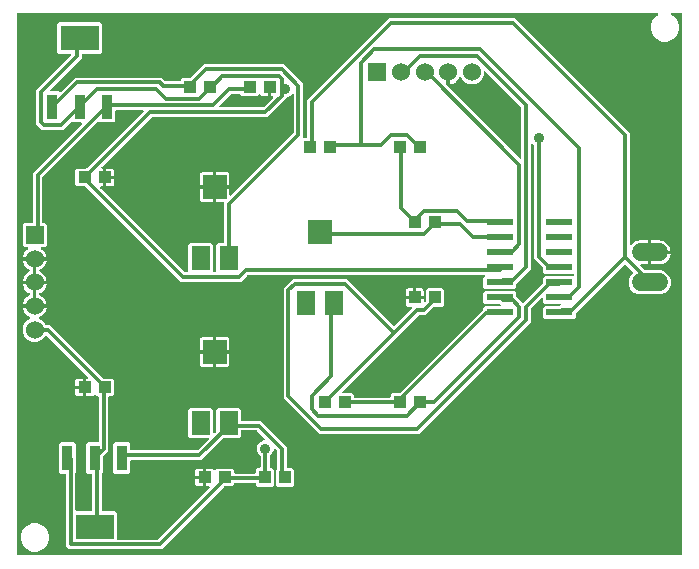
<source format=gbr>
G04 EAGLE Gerber RS-274X export*
G75*
%MOMM*%
%FSLAX34Y34*%
%LPD*%
%INTop Copper*%
%IPPOS*%
%AMOC8*
5,1,8,0,0,1.08239X$1,22.5*%
G01*
%ADD10R,1.000000X1.100000*%
%ADD11R,1.100000X1.000000*%
%ADD12R,1.524000X1.524000*%
%ADD13C,1.524000*%
%ADD14C,1.524000*%
%ADD15R,0.950000X2.150000*%
%ADD16R,3.250000X2.150000*%
%ADD17R,2.286000X0.558800*%
%ADD18R,1.600000X2.000000*%
%ADD19R,2.000000X2.000000*%
%ADD20C,0.304800*%
%ADD21C,0.956400*%
%ADD22C,0.756400*%
%ADD23C,0.914400*%

G36*
X573098Y10164D02*
X573098Y10164D01*
X573117Y10162D01*
X573219Y10184D01*
X573321Y10200D01*
X573338Y10210D01*
X573358Y10214D01*
X573447Y10267D01*
X573538Y10316D01*
X573552Y10330D01*
X573569Y10340D01*
X573636Y10419D01*
X573708Y10494D01*
X573716Y10512D01*
X573729Y10527D01*
X573768Y10623D01*
X573811Y10717D01*
X573813Y10737D01*
X573821Y10755D01*
X573839Y10922D01*
X573839Y468378D01*
X573836Y468398D01*
X573838Y468417D01*
X573816Y468519D01*
X573800Y468621D01*
X573790Y468638D01*
X573786Y468658D01*
X573733Y468747D01*
X573684Y468838D01*
X573670Y468852D01*
X573660Y468869D01*
X573581Y468936D01*
X573506Y469008D01*
X573488Y469016D01*
X573473Y469029D01*
X573377Y469068D01*
X573283Y469111D01*
X573263Y469113D01*
X573245Y469121D01*
X573078Y469139D01*
X564927Y469139D01*
X564831Y469124D01*
X564734Y469114D01*
X564710Y469104D01*
X564685Y469100D01*
X564599Y469054D01*
X564510Y469014D01*
X564490Y468997D01*
X564467Y468984D01*
X564400Y468914D01*
X564328Y468848D01*
X564316Y468825D01*
X564298Y468806D01*
X564257Y468718D01*
X564210Y468632D01*
X564205Y468607D01*
X564194Y468583D01*
X564183Y468486D01*
X564166Y468390D01*
X564170Y468364D01*
X564167Y468339D01*
X564188Y468243D01*
X564202Y468147D01*
X564214Y468124D01*
X564219Y468098D01*
X564269Y468014D01*
X564313Y467928D01*
X564332Y467910D01*
X564346Y467887D01*
X564420Y467824D01*
X564489Y467756D01*
X564518Y467740D01*
X564532Y467727D01*
X564563Y467715D01*
X564636Y467675D01*
X565547Y467297D01*
X568897Y463947D01*
X570711Y459569D01*
X570711Y454831D01*
X568897Y450453D01*
X565547Y447103D01*
X561169Y445289D01*
X556431Y445289D01*
X552053Y447103D01*
X548703Y450453D01*
X546889Y454831D01*
X546889Y459569D01*
X548703Y463947D01*
X552053Y467297D01*
X552964Y467675D01*
X553047Y467726D01*
X553133Y467772D01*
X553151Y467791D01*
X553173Y467804D01*
X553235Y467879D01*
X553302Y467950D01*
X553313Y467974D01*
X553330Y467994D01*
X553365Y468085D01*
X553406Y468173D01*
X553409Y468199D01*
X553418Y468223D01*
X553422Y468321D01*
X553433Y468417D01*
X553427Y468443D01*
X553428Y468469D01*
X553401Y468563D01*
X553381Y468658D01*
X553367Y468680D01*
X553360Y468705D01*
X553304Y468785D01*
X553254Y468869D01*
X553235Y468886D01*
X553220Y468907D01*
X553142Y468966D01*
X553068Y469029D01*
X553043Y469039D01*
X553022Y469054D01*
X552930Y469084D01*
X552839Y469121D01*
X552807Y469124D01*
X552788Y469130D01*
X552755Y469130D01*
X552673Y469139D01*
X10922Y469139D01*
X10902Y469136D01*
X10883Y469138D01*
X10781Y469116D01*
X10679Y469100D01*
X10662Y469090D01*
X10642Y469086D01*
X10553Y469033D01*
X10462Y468984D01*
X10448Y468970D01*
X10431Y468960D01*
X10364Y468881D01*
X10292Y468806D01*
X10284Y468788D01*
X10271Y468773D01*
X10232Y468677D01*
X10189Y468583D01*
X10187Y468563D01*
X10179Y468545D01*
X10161Y468378D01*
X10161Y10922D01*
X10164Y10902D01*
X10162Y10883D01*
X10184Y10781D01*
X10200Y10679D01*
X10210Y10662D01*
X10214Y10642D01*
X10267Y10553D01*
X10316Y10462D01*
X10330Y10448D01*
X10340Y10431D01*
X10419Y10364D01*
X10494Y10292D01*
X10512Y10284D01*
X10527Y10271D01*
X10623Y10232D01*
X10717Y10189D01*
X10737Y10187D01*
X10755Y10179D01*
X10922Y10161D01*
X573078Y10161D01*
X573098Y10164D01*
G37*
%LPC*%
G36*
X266540Y113283D02*
X266540Y113283D01*
X236219Y143604D01*
X236219Y236380D01*
X244188Y244349D01*
X289466Y244349D01*
X329154Y204661D01*
X329170Y204649D01*
X329182Y204633D01*
X329270Y204577D01*
X329353Y204517D01*
X329372Y204511D01*
X329389Y204500D01*
X329490Y204475D01*
X329589Y204445D01*
X329608Y204445D01*
X329628Y204440D01*
X329731Y204448D01*
X329834Y204451D01*
X329853Y204458D01*
X329873Y204460D01*
X329968Y204500D01*
X330065Y204536D01*
X330081Y204548D01*
X330099Y204556D01*
X330230Y204661D01*
X344829Y219260D01*
X344871Y219318D01*
X344921Y219370D01*
X344943Y219417D01*
X344973Y219459D01*
X344994Y219528D01*
X345024Y219593D01*
X345030Y219645D01*
X345045Y219695D01*
X345043Y219766D01*
X345051Y219837D01*
X345040Y219888D01*
X345039Y219940D01*
X345014Y220008D01*
X344999Y220078D01*
X344972Y220122D01*
X344954Y220171D01*
X344910Y220227D01*
X344873Y220289D01*
X344833Y220323D01*
X344801Y220363D01*
X344740Y220402D01*
X344686Y220449D01*
X344638Y220468D01*
X344594Y220496D01*
X344524Y220514D01*
X344458Y220541D01*
X344386Y220549D01*
X344355Y220557D01*
X344332Y220555D01*
X344291Y220559D01*
X341766Y220559D01*
X341119Y220732D01*
X340540Y221067D01*
X340067Y221540D01*
X339732Y222119D01*
X339559Y222766D01*
X339559Y227077D01*
X346338Y227077D01*
X346358Y227080D01*
X346377Y227078D01*
X346479Y227100D01*
X346581Y227117D01*
X346598Y227126D01*
X346618Y227130D01*
X346707Y227183D01*
X346798Y227232D01*
X346812Y227246D01*
X346829Y227256D01*
X346896Y227335D01*
X346967Y227410D01*
X346976Y227428D01*
X346989Y227443D01*
X347028Y227539D01*
X347071Y227633D01*
X347073Y227653D01*
X347081Y227671D01*
X347099Y227838D01*
X347099Y228601D01*
X347101Y228601D01*
X347101Y227838D01*
X347104Y227818D01*
X347102Y227799D01*
X347124Y227697D01*
X347141Y227595D01*
X347150Y227578D01*
X347154Y227558D01*
X347207Y227469D01*
X347256Y227378D01*
X347270Y227364D01*
X347280Y227347D01*
X347359Y227280D01*
X347434Y227209D01*
X347452Y227200D01*
X347467Y227187D01*
X347563Y227148D01*
X347657Y227105D01*
X347677Y227103D01*
X347695Y227095D01*
X347862Y227077D01*
X354641Y227077D01*
X354641Y225321D01*
X354652Y225250D01*
X354654Y225178D01*
X354672Y225129D01*
X354680Y225078D01*
X354714Y225015D01*
X354739Y224947D01*
X354771Y224907D01*
X354796Y224861D01*
X354847Y224811D01*
X354892Y224755D01*
X354936Y224727D01*
X354974Y224691D01*
X355039Y224661D01*
X355099Y224622D01*
X355150Y224610D01*
X355197Y224588D01*
X355268Y224580D01*
X355338Y224562D01*
X355390Y224566D01*
X355441Y224561D01*
X355512Y224576D01*
X355583Y224582D01*
X355631Y224602D01*
X355682Y224613D01*
X355743Y224650D01*
X355809Y224678D01*
X355865Y224723D01*
X355893Y224739D01*
X355908Y224757D01*
X355940Y224783D01*
X356336Y225179D01*
X356389Y225253D01*
X356449Y225322D01*
X356461Y225352D01*
X356480Y225378D01*
X356507Y225465D01*
X356541Y225550D01*
X356545Y225591D01*
X356552Y225613D01*
X356551Y225646D01*
X356559Y225717D01*
X356559Y235152D01*
X358048Y236641D01*
X370152Y236641D01*
X371641Y235152D01*
X371641Y222048D01*
X370152Y220559D01*
X363529Y220559D01*
X363439Y220545D01*
X363348Y220537D01*
X363318Y220525D01*
X363286Y220520D01*
X363206Y220477D01*
X363122Y220441D01*
X363090Y220415D01*
X363069Y220404D01*
X363047Y220381D01*
X362991Y220336D01*
X356522Y213867D01*
X351249Y213867D01*
X351159Y213853D01*
X351068Y213845D01*
X351038Y213833D01*
X351006Y213828D01*
X350926Y213785D01*
X350842Y213749D01*
X350810Y213723D01*
X350789Y213712D01*
X350767Y213689D01*
X350711Y213644D01*
X333980Y196913D01*
X331153Y194086D01*
X286107Y149040D01*
X286065Y148982D01*
X286015Y148930D01*
X285993Y148883D01*
X285963Y148841D01*
X285942Y148772D01*
X285912Y148707D01*
X285906Y148655D01*
X285891Y148605D01*
X285893Y148534D01*
X285885Y148463D01*
X285896Y148412D01*
X285897Y148360D01*
X285922Y148292D01*
X285937Y148222D01*
X285964Y148178D01*
X285982Y148129D01*
X286026Y148073D01*
X286063Y148011D01*
X286103Y147977D01*
X286135Y147937D01*
X286196Y147898D01*
X286250Y147851D01*
X286298Y147832D01*
X286342Y147804D01*
X286412Y147786D01*
X286478Y147759D01*
X286550Y147751D01*
X286581Y147743D01*
X286604Y147745D01*
X286645Y147741D01*
X293952Y147741D01*
X295441Y146252D01*
X295441Y144526D01*
X295444Y144506D01*
X295442Y144487D01*
X295464Y144385D01*
X295480Y144283D01*
X295490Y144266D01*
X295494Y144246D01*
X295547Y144157D01*
X295596Y144066D01*
X295610Y144052D01*
X295620Y144035D01*
X295699Y143968D01*
X295774Y143896D01*
X295792Y143888D01*
X295807Y143875D01*
X295903Y143836D01*
X295997Y143793D01*
X296017Y143791D01*
X296035Y143783D01*
X296202Y143765D01*
X326098Y143765D01*
X326118Y143768D01*
X326137Y143766D01*
X326239Y143788D01*
X326341Y143804D01*
X326358Y143814D01*
X326378Y143818D01*
X326467Y143871D01*
X326558Y143920D01*
X326572Y143934D01*
X326589Y143944D01*
X326656Y144023D01*
X326728Y144098D01*
X326736Y144116D01*
X326749Y144131D01*
X326788Y144227D01*
X326831Y144321D01*
X326833Y144341D01*
X326841Y144359D01*
X326859Y144526D01*
X326859Y146252D01*
X328348Y147741D01*
X334463Y147741D01*
X334553Y147755D01*
X334644Y147763D01*
X334674Y147775D01*
X334706Y147780D01*
X334786Y147823D01*
X334870Y147859D01*
X334902Y147885D01*
X334923Y147896D01*
X334945Y147919D01*
X335001Y147964D01*
X405160Y218123D01*
X405213Y218197D01*
X405273Y218266D01*
X405285Y218296D01*
X405304Y218322D01*
X405331Y218409D01*
X405365Y218494D01*
X405369Y218535D01*
X405376Y218558D01*
X405375Y218590D01*
X405383Y218661D01*
X405383Y219746D01*
X406872Y221235D01*
X419387Y221235D01*
X419458Y221246D01*
X419530Y221248D01*
X419578Y221266D01*
X419630Y221274D01*
X419693Y221308D01*
X419761Y221333D01*
X419801Y221365D01*
X419847Y221390D01*
X419897Y221442D01*
X419953Y221486D01*
X419981Y221530D01*
X420017Y221568D01*
X420047Y221633D01*
X420086Y221693D01*
X420098Y221744D01*
X420120Y221791D01*
X420128Y221862D01*
X420146Y221932D01*
X420142Y221984D01*
X420147Y222035D01*
X420132Y222106D01*
X420126Y222177D01*
X420106Y222225D01*
X420095Y222276D01*
X420058Y222337D01*
X420030Y222403D01*
X419985Y222459D01*
X419969Y222487D01*
X419951Y222502D01*
X419925Y222534D01*
X419417Y223042D01*
X419343Y223096D01*
X419274Y223155D01*
X419244Y223167D01*
X419218Y223186D01*
X419130Y223213D01*
X419046Y223247D01*
X419005Y223251D01*
X418982Y223258D01*
X418950Y223257D01*
X418879Y223265D01*
X406872Y223265D01*
X405383Y224754D01*
X405383Y232446D01*
X406872Y233935D01*
X431836Y233935D01*
X433325Y232446D01*
X433325Y229329D01*
X433339Y229239D01*
X433347Y229148D01*
X433359Y229118D01*
X433364Y229086D01*
X433407Y229006D01*
X433443Y228922D01*
X433469Y228890D01*
X433480Y228869D01*
X433503Y228847D01*
X433548Y228791D01*
X438120Y224219D01*
X438136Y224207D01*
X438148Y224191D01*
X438236Y224135D01*
X438319Y224075D01*
X438338Y224069D01*
X438355Y224058D01*
X438456Y224033D01*
X438555Y224003D01*
X438574Y224003D01*
X438594Y223998D01*
X438697Y224006D01*
X438800Y224009D01*
X438819Y224016D01*
X438839Y224018D01*
X438934Y224058D01*
X439031Y224094D01*
X439047Y224106D01*
X439065Y224114D01*
X439196Y224219D01*
X439991Y225014D01*
X455452Y240475D01*
X455505Y240549D01*
X455565Y240618D01*
X455577Y240648D01*
X455596Y240674D01*
X455623Y240761D01*
X455657Y240846D01*
X455661Y240887D01*
X455668Y240909D01*
X455667Y240942D01*
X455675Y241013D01*
X455675Y245146D01*
X457164Y246635D01*
X481330Y246635D01*
X481350Y246638D01*
X481369Y246636D01*
X481471Y246658D01*
X481573Y246674D01*
X481590Y246684D01*
X481610Y246688D01*
X481699Y246741D01*
X481790Y246790D01*
X481804Y246804D01*
X481821Y246814D01*
X481888Y246893D01*
X481960Y246968D01*
X481968Y246986D01*
X481981Y247001D01*
X482020Y247097D01*
X482063Y247191D01*
X482065Y247211D01*
X482073Y247229D01*
X482091Y247396D01*
X482091Y247904D01*
X482088Y247924D01*
X482090Y247943D01*
X482068Y248045D01*
X482052Y248147D01*
X482042Y248164D01*
X482038Y248184D01*
X481985Y248273D01*
X481936Y248364D01*
X481922Y248378D01*
X481912Y248395D01*
X481833Y248462D01*
X481758Y248534D01*
X481740Y248542D01*
X481725Y248555D01*
X481629Y248594D01*
X481535Y248637D01*
X481515Y248639D01*
X481497Y248647D01*
X481330Y248665D01*
X457164Y248665D01*
X455675Y250154D01*
X455675Y253525D01*
X455661Y253615D01*
X455653Y253706D01*
X455641Y253736D01*
X455636Y253768D01*
X455593Y253848D01*
X455557Y253932D01*
X455531Y253964D01*
X455520Y253985D01*
X455497Y254007D01*
X455452Y254063D01*
X451167Y258348D01*
X448563Y260952D01*
X448563Y356910D01*
X448549Y357001D01*
X448541Y357091D01*
X448529Y357121D01*
X448524Y357153D01*
X448481Y357234D01*
X448445Y357318D01*
X448419Y357350D01*
X448408Y357371D01*
X448385Y357393D01*
X448340Y357449D01*
X446816Y358973D01*
X446758Y359015D01*
X446706Y359064D01*
X446659Y359086D01*
X446617Y359116D01*
X446548Y359137D01*
X446483Y359168D01*
X446431Y359173D01*
X446381Y359189D01*
X446310Y359187D01*
X446239Y359195D01*
X446188Y359184D01*
X446136Y359182D01*
X446068Y359158D01*
X445998Y359143D01*
X445953Y359116D01*
X445905Y359098D01*
X445849Y359053D01*
X445787Y359016D01*
X445753Y358977D01*
X445713Y358944D01*
X445674Y358884D01*
X445627Y358829D01*
X445608Y358781D01*
X445580Y358737D01*
X445562Y358668D01*
X445535Y358601D01*
X445527Y358530D01*
X445519Y358499D01*
X445521Y358475D01*
X445517Y358435D01*
X445517Y252570D01*
X433548Y240601D01*
X433495Y240527D01*
X433486Y240518D01*
X433456Y240486D01*
X433453Y240479D01*
X433435Y240458D01*
X433423Y240428D01*
X433404Y240402D01*
X433379Y240319D01*
X433353Y240263D01*
X433351Y240250D01*
X433343Y240230D01*
X433339Y240189D01*
X433332Y240166D01*
X433333Y240134D01*
X433325Y240063D01*
X433325Y237454D01*
X431836Y235965D01*
X406872Y235965D01*
X405383Y237454D01*
X405383Y245146D01*
X406333Y246096D01*
X406374Y246154D01*
X406424Y246206D01*
X406446Y246253D01*
X406476Y246295D01*
X406497Y246364D01*
X406527Y246429D01*
X406533Y246481D01*
X406549Y246531D01*
X406547Y246602D01*
X406555Y246673D01*
X406543Y246724D01*
X406542Y246776D01*
X406518Y246844D01*
X406502Y246914D01*
X406476Y246959D01*
X406458Y247007D01*
X406413Y247063D01*
X406376Y247125D01*
X406337Y247159D01*
X406304Y247199D01*
X406244Y247238D01*
X406189Y247285D01*
X406141Y247304D01*
X406097Y247332D01*
X406028Y247350D01*
X405961Y247377D01*
X405890Y247385D01*
X405859Y247393D01*
X405835Y247391D01*
X405794Y247395D01*
X205961Y247395D01*
X205871Y247381D01*
X205780Y247373D01*
X205750Y247361D01*
X205718Y247356D01*
X205638Y247313D01*
X205554Y247277D01*
X205522Y247251D01*
X205501Y247240D01*
X205479Y247217D01*
X205423Y247172D01*
X200058Y241807D01*
X149192Y241807D01*
X68563Y322436D01*
X68489Y322489D01*
X68420Y322549D01*
X68390Y322561D01*
X68364Y322580D01*
X68277Y322607D01*
X68192Y322641D01*
X68151Y322645D01*
X68129Y322652D01*
X68096Y322651D01*
X68025Y322659D01*
X61148Y322659D01*
X59659Y324148D01*
X59659Y336252D01*
X61148Y337741D01*
X69041Y337741D01*
X69131Y337755D01*
X69222Y337763D01*
X69252Y337775D01*
X69284Y337780D01*
X69364Y337823D01*
X69448Y337859D01*
X69480Y337885D01*
X69501Y337896D01*
X69523Y337919D01*
X69579Y337964D01*
X117411Y385796D01*
X117453Y385854D01*
X117503Y385906D01*
X117525Y385953D01*
X117555Y385995D01*
X117576Y386064D01*
X117606Y386129D01*
X117612Y386181D01*
X117627Y386231D01*
X117625Y386302D01*
X117633Y386373D01*
X117622Y386424D01*
X117621Y386476D01*
X117596Y386544D01*
X117581Y386614D01*
X117554Y386659D01*
X117536Y386707D01*
X117492Y386763D01*
X117455Y386825D01*
X117415Y386859D01*
X117383Y386899D01*
X117322Y386938D01*
X117268Y386985D01*
X117220Y387004D01*
X117176Y387032D01*
X117106Y387050D01*
X117040Y387077D01*
X116968Y387085D01*
X116937Y387093D01*
X116914Y387091D01*
X116873Y387095D01*
X94552Y387095D01*
X94532Y387092D01*
X94513Y387094D01*
X94411Y387072D01*
X94309Y387056D01*
X94292Y387046D01*
X94272Y387042D01*
X94183Y386989D01*
X94092Y386940D01*
X94078Y386926D01*
X94061Y386916D01*
X93994Y386837D01*
X93922Y386762D01*
X93914Y386744D01*
X93901Y386729D01*
X93862Y386633D01*
X93819Y386539D01*
X93817Y386519D01*
X93809Y386501D01*
X93791Y386334D01*
X93791Y378298D01*
X92302Y376809D01*
X80698Y376809D01*
X79893Y377614D01*
X79877Y377626D01*
X79864Y377641D01*
X79777Y377697D01*
X79693Y377757D01*
X79674Y377763D01*
X79657Y377774D01*
X79557Y377799D01*
X79458Y377830D01*
X79438Y377829D01*
X79419Y377834D01*
X79316Y377826D01*
X79212Y377823D01*
X79193Y377817D01*
X79174Y377815D01*
X79079Y377775D01*
X78981Y377739D01*
X78966Y377727D01*
X78947Y377719D01*
X78816Y377614D01*
X32228Y331025D01*
X32175Y330951D01*
X32115Y330882D01*
X32103Y330852D01*
X32084Y330826D01*
X32057Y330739D01*
X32023Y330654D01*
X32019Y330613D01*
X32012Y330590D01*
X32013Y330558D01*
X32005Y330487D01*
X32005Y292222D01*
X32008Y292202D01*
X32006Y292183D01*
X32028Y292081D01*
X32044Y291979D01*
X32054Y291962D01*
X32058Y291942D01*
X32111Y291853D01*
X32160Y291762D01*
X32174Y291748D01*
X32184Y291731D01*
X32263Y291664D01*
X32338Y291592D01*
X32356Y291584D01*
X32371Y291571D01*
X32467Y291532D01*
X32561Y291489D01*
X32581Y291487D01*
X32599Y291479D01*
X32766Y291461D01*
X34072Y291461D01*
X35561Y289972D01*
X35561Y272628D01*
X34072Y271139D01*
X31487Y271139D01*
X31479Y271138D01*
X31471Y271139D01*
X31357Y271118D01*
X31244Y271100D01*
X31237Y271096D01*
X31229Y271094D01*
X31128Y271038D01*
X31027Y270984D01*
X31021Y270979D01*
X31014Y270975D01*
X30936Y270890D01*
X30857Y270806D01*
X30854Y270799D01*
X30848Y270793D01*
X30802Y270687D01*
X30754Y270583D01*
X30753Y270575D01*
X30750Y270568D01*
X30739Y270453D01*
X30727Y270339D01*
X30728Y270331D01*
X30727Y270323D01*
X30754Y270210D01*
X30779Y270098D01*
X30783Y270091D01*
X30785Y270084D01*
X30846Y269985D01*
X30905Y269887D01*
X30911Y269882D01*
X30915Y269875D01*
X31039Y269762D01*
X32019Y269050D01*
X33150Y267919D01*
X34090Y266625D01*
X34816Y265200D01*
X35311Y263679D01*
X35446Y262823D01*
X26162Y262823D01*
X26142Y262820D01*
X26123Y262822D01*
X26021Y262800D01*
X25919Y262783D01*
X25902Y262774D01*
X25882Y262770D01*
X25793Y262717D01*
X25702Y262668D01*
X25688Y262654D01*
X25671Y262644D01*
X25604Y262565D01*
X25533Y262490D01*
X25524Y262472D01*
X25511Y262457D01*
X25473Y262361D01*
X25429Y262267D01*
X25427Y262247D01*
X25419Y262229D01*
X25401Y262062D01*
X25401Y261299D01*
X25399Y261299D01*
X25399Y262062D01*
X25396Y262082D01*
X25398Y262101D01*
X25376Y262203D01*
X25359Y262305D01*
X25350Y262322D01*
X25346Y262342D01*
X25293Y262431D01*
X25244Y262522D01*
X25230Y262536D01*
X25220Y262553D01*
X25141Y262620D01*
X25066Y262691D01*
X25048Y262700D01*
X25033Y262713D01*
X24937Y262752D01*
X24843Y262795D01*
X24823Y262797D01*
X24805Y262805D01*
X24638Y262823D01*
X15354Y262823D01*
X15489Y263679D01*
X15984Y265200D01*
X16710Y266625D01*
X17650Y267919D01*
X18781Y269050D01*
X19761Y269762D01*
X19766Y269768D01*
X19773Y269772D01*
X19852Y269855D01*
X19934Y269937D01*
X19937Y269944D01*
X19943Y269950D01*
X19991Y270054D01*
X20042Y270158D01*
X20043Y270166D01*
X20046Y270173D01*
X20059Y270287D01*
X20074Y270402D01*
X20073Y270410D01*
X20073Y270417D01*
X20049Y270530D01*
X20027Y270643D01*
X20023Y270650D01*
X20021Y270658D01*
X19962Y270757D01*
X19905Y270857D01*
X19899Y270862D01*
X19895Y270869D01*
X19807Y270944D01*
X19722Y271021D01*
X19714Y271024D01*
X19708Y271029D01*
X19601Y271072D01*
X19495Y271117D01*
X19487Y271118D01*
X19480Y271121D01*
X19313Y271139D01*
X16728Y271139D01*
X15239Y272628D01*
X15239Y289972D01*
X16728Y291461D01*
X23114Y291461D01*
X23134Y291464D01*
X23153Y291462D01*
X23255Y291484D01*
X23357Y291500D01*
X23374Y291510D01*
X23394Y291514D01*
X23483Y291567D01*
X23574Y291616D01*
X23588Y291630D01*
X23605Y291640D01*
X23672Y291719D01*
X23744Y291794D01*
X23752Y291812D01*
X23765Y291827D01*
X23804Y291923D01*
X23847Y292017D01*
X23849Y292037D01*
X23857Y292055D01*
X23875Y292222D01*
X23875Y334170D01*
X65215Y375510D01*
X65257Y375568D01*
X65307Y375620D01*
X65329Y375667D01*
X65359Y375709D01*
X65380Y375778D01*
X65410Y375843D01*
X65416Y375895D01*
X65431Y375945D01*
X65429Y376016D01*
X65437Y376087D01*
X65426Y376138D01*
X65425Y376190D01*
X65400Y376258D01*
X65385Y376328D01*
X65358Y376373D01*
X65340Y376421D01*
X65296Y376477D01*
X65259Y376539D01*
X65219Y376573D01*
X65187Y376613D01*
X65126Y376652D01*
X65072Y376699D01*
X65024Y376718D01*
X64980Y376746D01*
X64910Y376764D01*
X64844Y376791D01*
X64772Y376799D01*
X64741Y376807D01*
X64718Y376805D01*
X64677Y376809D01*
X57698Y376809D01*
X57217Y377290D01*
X57201Y377302D01*
X57188Y377317D01*
X57101Y377373D01*
X57017Y377433D01*
X56998Y377439D01*
X56981Y377450D01*
X56881Y377475D01*
X56782Y377506D01*
X56762Y377505D01*
X56743Y377510D01*
X56640Y377502D01*
X56536Y377499D01*
X56517Y377493D01*
X56498Y377491D01*
X56403Y377451D01*
X56305Y377415D01*
X56290Y377403D01*
X56271Y377395D01*
X56140Y377290D01*
X49182Y370331D01*
X31844Y370331D01*
X26669Y375506D01*
X26669Y404020D01*
X29273Y406624D01*
X56159Y433510D01*
X56201Y433568D01*
X56251Y433620D01*
X56273Y433667D01*
X56303Y433709D01*
X56324Y433778D01*
X56354Y433843D01*
X56360Y433895D01*
X56375Y433945D01*
X56373Y434016D01*
X56381Y434087D01*
X56370Y434138D01*
X56369Y434190D01*
X56344Y434258D01*
X56329Y434328D01*
X56302Y434373D01*
X56284Y434421D01*
X56240Y434477D01*
X56203Y434539D01*
X56163Y434573D01*
X56131Y434613D01*
X56070Y434652D01*
X56016Y434699D01*
X55968Y434718D01*
X55924Y434746D01*
X55854Y434764D01*
X55788Y434791D01*
X55716Y434799D01*
X55685Y434807D01*
X55662Y434805D01*
X55621Y434809D01*
X46198Y434809D01*
X44709Y436298D01*
X44709Y459902D01*
X46198Y461391D01*
X80802Y461391D01*
X82291Y459902D01*
X82291Y436298D01*
X80802Y434809D01*
X66294Y434809D01*
X66274Y434806D01*
X66255Y434808D01*
X66153Y434786D01*
X66051Y434770D01*
X66034Y434760D01*
X66014Y434756D01*
X65925Y434703D01*
X65834Y434654D01*
X65820Y434640D01*
X65803Y434630D01*
X65736Y434551D01*
X65664Y434476D01*
X65656Y434458D01*
X65643Y434443D01*
X65604Y434347D01*
X65561Y434253D01*
X65559Y434233D01*
X65551Y434215D01*
X65533Y434048D01*
X65533Y431386D01*
X38837Y404690D01*
X38795Y404632D01*
X38745Y404580D01*
X38723Y404533D01*
X38693Y404491D01*
X38672Y404422D01*
X38642Y404357D01*
X38636Y404305D01*
X38621Y404255D01*
X38623Y404184D01*
X38615Y404113D01*
X38626Y404062D01*
X38627Y404010D01*
X38652Y403942D01*
X38667Y403872D01*
X38694Y403827D01*
X38712Y403779D01*
X38756Y403723D01*
X38793Y403661D01*
X38833Y403627D01*
X38865Y403587D01*
X38926Y403548D01*
X38980Y403501D01*
X39028Y403482D01*
X39072Y403454D01*
X39142Y403436D01*
X39208Y403409D01*
X39280Y403401D01*
X39311Y403393D01*
X39334Y403395D01*
X39375Y403391D01*
X46302Y403391D01*
X46809Y402884D01*
X46825Y402872D01*
X46838Y402857D01*
X46925Y402801D01*
X47009Y402741D01*
X47028Y402735D01*
X47045Y402724D01*
X47145Y402699D01*
X47244Y402668D01*
X47264Y402669D01*
X47283Y402664D01*
X47386Y402672D01*
X47490Y402675D01*
X47509Y402681D01*
X47528Y402683D01*
X47623Y402723D01*
X47721Y402759D01*
X47736Y402771D01*
X47755Y402779D01*
X47886Y402884D01*
X59784Y414783D01*
X133002Y414783D01*
X135573Y412212D01*
X135647Y412159D01*
X135716Y412099D01*
X135746Y412087D01*
X135772Y412068D01*
X135859Y412041D01*
X135944Y412007D01*
X135985Y412003D01*
X136008Y411996D01*
X136040Y411997D01*
X136111Y411989D01*
X148298Y411989D01*
X148318Y411992D01*
X148337Y411990D01*
X148439Y412012D01*
X148541Y412028D01*
X148558Y412038D01*
X148578Y412042D01*
X148667Y412095D01*
X148758Y412144D01*
X148772Y412158D01*
X148789Y412168D01*
X148856Y412247D01*
X148928Y412322D01*
X148936Y412340D01*
X148949Y412355D01*
X148988Y412451D01*
X149031Y412545D01*
X149033Y412565D01*
X149041Y412583D01*
X149059Y412750D01*
X149059Y412952D01*
X150548Y414441D01*
X156917Y414441D01*
X157007Y414455D01*
X157098Y414463D01*
X157128Y414475D01*
X157160Y414480D01*
X157240Y414523D01*
X157324Y414559D01*
X157356Y414585D01*
X157377Y414596D01*
X157399Y414619D01*
X157455Y414664D01*
X168750Y425959D01*
X236380Y425959D01*
X252731Y409608D01*
X252731Y364402D01*
X252734Y364382D01*
X252732Y364363D01*
X252754Y364261D01*
X252770Y364159D01*
X252780Y364142D01*
X252784Y364122D01*
X252837Y364033D01*
X252886Y363942D01*
X252900Y363928D01*
X252910Y363911D01*
X252989Y363844D01*
X253064Y363772D01*
X253082Y363764D01*
X253097Y363751D01*
X253193Y363712D01*
X253287Y363669D01*
X253307Y363667D01*
X253325Y363659D01*
X253492Y363641D01*
X255016Y363641D01*
X255036Y363644D01*
X255055Y363642D01*
X255157Y363664D01*
X255259Y363680D01*
X255276Y363690D01*
X255296Y363694D01*
X255385Y363747D01*
X255476Y363796D01*
X255490Y363810D01*
X255507Y363820D01*
X255574Y363899D01*
X255646Y363974D01*
X255654Y363992D01*
X255667Y364007D01*
X255706Y364103D01*
X255749Y364197D01*
X255751Y364217D01*
X255759Y364235D01*
X255777Y364402D01*
X255777Y395638D01*
X325214Y465075D01*
X431960Y465075D01*
X529337Y367698D01*
X529337Y273745D01*
X529338Y273737D01*
X529337Y273729D01*
X529358Y273615D01*
X529376Y273502D01*
X529380Y273495D01*
X529382Y273487D01*
X529438Y273386D01*
X529492Y273285D01*
X529497Y273279D01*
X529501Y273272D01*
X529587Y273194D01*
X529670Y273115D01*
X529677Y273112D01*
X529683Y273106D01*
X529789Y273060D01*
X529893Y273012D01*
X529901Y273011D01*
X529908Y273007D01*
X530023Y272997D01*
X530137Y272984D01*
X530145Y272986D01*
X530153Y272985D01*
X530265Y273012D01*
X530378Y273037D01*
X530385Y273041D01*
X530393Y273043D01*
X530490Y273104D01*
X530589Y273163D01*
X530594Y273169D01*
X530601Y273173D01*
X530714Y273297D01*
X530730Y273319D01*
X531861Y274450D01*
X533155Y275390D01*
X534580Y276116D01*
X536101Y276611D01*
X537680Y276861D01*
X544577Y276861D01*
X544577Y267462D01*
X544580Y267443D01*
X544578Y267424D01*
X544578Y267423D01*
X544600Y267321D01*
X544617Y267219D01*
X544626Y267202D01*
X544630Y267182D01*
X544683Y267093D01*
X544732Y267002D01*
X544746Y266988D01*
X544756Y266971D01*
X544835Y266904D01*
X544910Y266833D01*
X544928Y266824D01*
X544943Y266811D01*
X545039Y266773D01*
X545133Y266729D01*
X545153Y266727D01*
X545171Y266719D01*
X545338Y266701D01*
X546101Y266701D01*
X546101Y266699D01*
X545338Y266699D01*
X545318Y266696D01*
X545299Y266698D01*
X545197Y266676D01*
X545095Y266659D01*
X545078Y266650D01*
X545058Y266646D01*
X544969Y266593D01*
X544878Y266544D01*
X544864Y266530D01*
X544847Y266520D01*
X544780Y266441D01*
X544709Y266366D01*
X544700Y266348D01*
X544687Y266333D01*
X544648Y266237D01*
X544605Y266143D01*
X544603Y266123D01*
X544595Y266105D01*
X544577Y265938D01*
X544577Y256539D01*
X538955Y256539D01*
X538884Y256528D01*
X538812Y256526D01*
X538763Y256508D01*
X538712Y256500D01*
X538649Y256466D01*
X538581Y256441D01*
X538541Y256409D01*
X538495Y256384D01*
X538445Y256333D01*
X538389Y256288D01*
X538361Y256244D01*
X538325Y256206D01*
X538295Y256141D01*
X538256Y256081D01*
X538244Y256030D01*
X538222Y255983D01*
X538214Y255912D01*
X538196Y255842D01*
X538200Y255790D01*
X538195Y255739D01*
X538210Y255668D01*
X538216Y255597D01*
X538236Y255549D01*
X538247Y255498D01*
X538284Y255437D01*
X538312Y255371D01*
X538357Y255315D01*
X538373Y255287D01*
X538391Y255272D01*
X538417Y255240D01*
X541973Y251684D01*
X542047Y251631D01*
X542116Y251571D01*
X542146Y251559D01*
X542172Y251540D01*
X542259Y251513D01*
X542344Y251479D01*
X542385Y251475D01*
X542407Y251468D01*
X542440Y251469D01*
X542511Y251461D01*
X555741Y251461D01*
X559476Y249914D01*
X562334Y247056D01*
X563881Y243321D01*
X563881Y239279D01*
X562334Y235544D01*
X559476Y232686D01*
X555741Y231139D01*
X536459Y231139D01*
X532724Y232686D01*
X529866Y235544D01*
X528319Y239279D01*
X528319Y243321D01*
X529866Y247056D01*
X531947Y249136D01*
X531958Y249152D01*
X531974Y249165D01*
X532030Y249252D01*
X532090Y249336D01*
X532096Y249355D01*
X532107Y249372D01*
X532132Y249472D01*
X532163Y249571D01*
X532162Y249591D01*
X532167Y249610D01*
X532159Y249713D01*
X532156Y249817D01*
X532149Y249836D01*
X532148Y249856D01*
X532108Y249950D01*
X532072Y250048D01*
X532059Y250064D01*
X532052Y250082D01*
X531947Y250213D01*
X525810Y256349D01*
X525794Y256361D01*
X525782Y256377D01*
X525694Y256433D01*
X525611Y256493D01*
X525592Y256499D01*
X525575Y256510D01*
X525474Y256535D01*
X525375Y256565D01*
X525356Y256565D01*
X525336Y256570D01*
X525233Y256562D01*
X525130Y256559D01*
X525111Y256552D01*
X525091Y256550D01*
X524996Y256510D01*
X524899Y256474D01*
X524883Y256462D01*
X524865Y256454D01*
X524734Y256349D01*
X483840Y215455D01*
X483795Y215393D01*
X483768Y215365D01*
X483763Y215354D01*
X483727Y215312D01*
X483715Y215282D01*
X483696Y215256D01*
X483669Y215169D01*
X483635Y215084D01*
X483631Y215043D01*
X483624Y215021D01*
X483625Y214988D01*
X483617Y214917D01*
X483617Y212054D01*
X482128Y210565D01*
X457164Y210565D01*
X455675Y212054D01*
X455675Y219746D01*
X457164Y221235D01*
X469425Y221235D01*
X469515Y221249D01*
X469606Y221257D01*
X469636Y221269D01*
X469668Y221274D01*
X469748Y221317D01*
X469832Y221353D01*
X469864Y221379D01*
X469885Y221390D01*
X469907Y221413D01*
X469963Y221458D01*
X470471Y221966D01*
X470513Y222024D01*
X470563Y222076D01*
X470585Y222123D01*
X470615Y222165D01*
X470636Y222234D01*
X470666Y222299D01*
X470672Y222351D01*
X470687Y222401D01*
X470685Y222472D01*
X470693Y222543D01*
X470682Y222594D01*
X470681Y222646D01*
X470656Y222714D01*
X470641Y222784D01*
X470614Y222828D01*
X470596Y222877D01*
X470552Y222933D01*
X470515Y222995D01*
X470475Y223029D01*
X470443Y223069D01*
X470382Y223108D01*
X470328Y223155D01*
X470280Y223174D01*
X470236Y223202D01*
X470166Y223220D01*
X470100Y223247D01*
X470028Y223255D01*
X469997Y223263D01*
X469974Y223261D01*
X469933Y223265D01*
X457164Y223265D01*
X455675Y224754D01*
X455675Y227363D01*
X455664Y227434D01*
X455662Y227506D01*
X455644Y227554D01*
X455636Y227606D01*
X455602Y227669D01*
X455577Y227737D01*
X455545Y227777D01*
X455520Y227823D01*
X455468Y227873D01*
X455424Y227929D01*
X455380Y227957D01*
X455342Y227993D01*
X455277Y228023D01*
X455217Y228062D01*
X455166Y228074D01*
X455119Y228096D01*
X455048Y228104D01*
X454978Y228122D01*
X454926Y228118D01*
X454875Y228123D01*
X454804Y228108D01*
X454733Y228102D01*
X454685Y228082D01*
X454634Y228071D01*
X454573Y228034D01*
X454507Y228006D01*
X454451Y227961D01*
X454423Y227945D01*
X454408Y227927D01*
X454376Y227901D01*
X445740Y219265D01*
X445695Y219204D01*
X445665Y219171D01*
X445659Y219159D01*
X445627Y219122D01*
X445615Y219092D01*
X445596Y219066D01*
X445569Y218979D01*
X445535Y218894D01*
X445531Y218853D01*
X445524Y218830D01*
X445525Y218798D01*
X445517Y218727D01*
X445517Y207866D01*
X350934Y113283D01*
X266540Y113283D01*
G37*
%LPD*%
G36*
X154853Y249948D02*
X154853Y249948D01*
X154925Y249950D01*
X154974Y249968D01*
X155025Y249976D01*
X155089Y250010D01*
X155156Y250035D01*
X155197Y250067D01*
X155242Y250092D01*
X155292Y250144D01*
X155348Y250189D01*
X155376Y250232D01*
X155412Y250270D01*
X155442Y250335D01*
X155481Y250396D01*
X155494Y250446D01*
X155515Y250493D01*
X155523Y250564D01*
X155541Y250634D01*
X155537Y250686D01*
X155543Y250737D01*
X155527Y250808D01*
X155522Y250879D01*
X155509Y250908D01*
X155509Y273152D01*
X156998Y274641D01*
X175102Y274641D01*
X176591Y273152D01*
X176591Y250916D01*
X176585Y250903D01*
X176579Y250851D01*
X176564Y250802D01*
X176565Y250730D01*
X176557Y250659D01*
X176568Y250608D01*
X176570Y250556D01*
X176594Y250488D01*
X176610Y250418D01*
X176636Y250374D01*
X176654Y250325D01*
X176699Y250269D01*
X176736Y250207D01*
X176775Y250173D01*
X176808Y250133D01*
X176868Y250094D01*
X176923Y250047D01*
X176971Y250028D01*
X177015Y250000D01*
X177084Y249982D01*
X177151Y249955D01*
X177222Y249947D01*
X177253Y249939D01*
X177276Y249941D01*
X177318Y249937D01*
X178282Y249937D01*
X178353Y249948D01*
X178425Y249950D01*
X178474Y249968D01*
X178525Y249976D01*
X178589Y250010D01*
X178656Y250035D01*
X178697Y250067D01*
X178742Y250092D01*
X178792Y250144D01*
X178848Y250189D01*
X178876Y250232D01*
X178912Y250270D01*
X178942Y250335D01*
X178981Y250396D01*
X178994Y250446D01*
X179015Y250493D01*
X179023Y250564D01*
X179041Y250634D01*
X179037Y250686D01*
X179043Y250737D01*
X179027Y250808D01*
X179022Y250879D01*
X179009Y250908D01*
X179009Y273152D01*
X180498Y274641D01*
X185166Y274641D01*
X185186Y274644D01*
X185205Y274642D01*
X185307Y274664D01*
X185409Y274680D01*
X185426Y274690D01*
X185446Y274694D01*
X185535Y274747D01*
X185626Y274796D01*
X185640Y274810D01*
X185657Y274820D01*
X185724Y274899D01*
X185796Y274974D01*
X185804Y274992D01*
X185817Y275007D01*
X185856Y275103D01*
X185899Y275197D01*
X185901Y275217D01*
X185909Y275235D01*
X185927Y275402D01*
X185927Y308798D01*
X185924Y308818D01*
X185926Y308837D01*
X185904Y308939D01*
X185888Y309041D01*
X185878Y309058D01*
X185874Y309078D01*
X185821Y309167D01*
X185772Y309258D01*
X185758Y309272D01*
X185748Y309289D01*
X185669Y309356D01*
X185594Y309428D01*
X185576Y309436D01*
X185561Y309449D01*
X185465Y309488D01*
X185371Y309531D01*
X185351Y309533D01*
X185333Y309541D01*
X185166Y309559D01*
X179323Y309559D01*
X179323Y320577D01*
X190341Y320577D01*
X190341Y315275D01*
X190352Y315204D01*
X190354Y315132D01*
X190372Y315084D01*
X190380Y315032D01*
X190414Y314969D01*
X190439Y314901D01*
X190471Y314861D01*
X190496Y314815D01*
X190548Y314765D01*
X190592Y314709D01*
X190636Y314681D01*
X190674Y314645D01*
X190739Y314615D01*
X190799Y314576D01*
X190850Y314564D01*
X190897Y314542D01*
X190968Y314534D01*
X191038Y314516D01*
X191090Y314520D01*
X191141Y314515D01*
X191212Y314530D01*
X191283Y314536D01*
X191331Y314556D01*
X191382Y314567D01*
X191443Y314604D01*
X191509Y314632D01*
X191565Y314677D01*
X191593Y314693D01*
X191608Y314711D01*
X191640Y314737D01*
X244378Y367475D01*
X244431Y367549D01*
X244491Y367618D01*
X244503Y367648D01*
X244522Y367674D01*
X244549Y367761D01*
X244583Y367846D01*
X244587Y367887D01*
X244594Y367910D01*
X244593Y367942D01*
X244601Y368013D01*
X244601Y400345D01*
X244590Y400415D01*
X244588Y400487D01*
X244570Y400536D01*
X244562Y400587D01*
X244528Y400651D01*
X244503Y400718D01*
X244471Y400759D01*
X244446Y400805D01*
X244394Y400854D01*
X244350Y400910D01*
X244306Y400938D01*
X244268Y400974D01*
X244203Y401004D01*
X244143Y401043D01*
X244092Y401056D01*
X244045Y401078D01*
X243974Y401086D01*
X243904Y401103D01*
X243852Y401099D01*
X243801Y401105D01*
X243730Y401090D01*
X243659Y401084D01*
X243611Y401064D01*
X243560Y401053D01*
X243499Y401016D01*
X243433Y400988D01*
X243377Y400943D01*
X243349Y400926D01*
X243334Y400909D01*
X243302Y400883D01*
X241519Y399100D01*
X239070Y398086D01*
X239014Y398051D01*
X238954Y398026D01*
X238889Y397974D01*
X238861Y397956D01*
X238849Y397941D01*
X238823Y397921D01*
X236157Y395254D01*
X222410Y381507D01*
X124935Y381507D01*
X124845Y381493D01*
X124754Y381485D01*
X124724Y381473D01*
X124692Y381468D01*
X124612Y381425D01*
X124528Y381389D01*
X124496Y381363D01*
X124475Y381352D01*
X124453Y381329D01*
X124397Y381284D01*
X82153Y339040D01*
X82111Y338982D01*
X82061Y338930D01*
X82039Y338883D01*
X82009Y338841D01*
X81988Y338772D01*
X81958Y338707D01*
X81952Y338655D01*
X81937Y338605D01*
X81939Y338534D01*
X81931Y338463D01*
X81942Y338412D01*
X81943Y338360D01*
X81968Y338292D01*
X81983Y338222D01*
X82010Y338177D01*
X82028Y338129D01*
X82072Y338073D01*
X82109Y338011D01*
X82149Y337977D01*
X82181Y337937D01*
X82242Y337898D01*
X82296Y337851D01*
X82344Y337832D01*
X82388Y337804D01*
X82458Y337786D01*
X82524Y337759D01*
X82596Y337751D01*
X82627Y337743D01*
X82650Y337745D01*
X82691Y337741D01*
X83177Y337741D01*
X83177Y330962D01*
X83180Y330942D01*
X83178Y330923D01*
X83200Y330821D01*
X83217Y330719D01*
X83226Y330702D01*
X83230Y330682D01*
X83283Y330593D01*
X83332Y330502D01*
X83346Y330488D01*
X83356Y330471D01*
X83435Y330404D01*
X83510Y330333D01*
X83528Y330324D01*
X83543Y330311D01*
X83639Y330272D01*
X83733Y330229D01*
X83753Y330227D01*
X83771Y330219D01*
X83938Y330201D01*
X84701Y330201D01*
X84701Y330199D01*
X83938Y330199D01*
X83918Y330196D01*
X83899Y330198D01*
X83797Y330176D01*
X83695Y330159D01*
X83678Y330150D01*
X83658Y330146D01*
X83569Y330093D01*
X83478Y330044D01*
X83464Y330030D01*
X83447Y330020D01*
X83380Y329941D01*
X83309Y329866D01*
X83300Y329848D01*
X83287Y329833D01*
X83248Y329737D01*
X83205Y329643D01*
X83203Y329623D01*
X83195Y329605D01*
X83177Y329438D01*
X83177Y322659D01*
X81675Y322659D01*
X81604Y322648D01*
X81532Y322646D01*
X81484Y322628D01*
X81432Y322620D01*
X81369Y322586D01*
X81301Y322561D01*
X81261Y322529D01*
X81215Y322504D01*
X81165Y322452D01*
X81109Y322408D01*
X81081Y322364D01*
X81045Y322326D01*
X81015Y322261D01*
X80976Y322201D01*
X80964Y322150D01*
X80942Y322103D01*
X80934Y322032D01*
X80916Y321962D01*
X80920Y321910D01*
X80915Y321859D01*
X80930Y321788D01*
X80936Y321717D01*
X80956Y321669D01*
X80967Y321618D01*
X81004Y321557D01*
X81032Y321491D01*
X81077Y321435D01*
X81093Y321407D01*
X81111Y321392D01*
X81137Y321360D01*
X152337Y250160D01*
X152411Y250107D01*
X152480Y250047D01*
X152510Y250035D01*
X152536Y250016D01*
X152623Y249989D01*
X152708Y249955D01*
X152749Y249951D01*
X152772Y249944D01*
X152804Y249945D01*
X152875Y249937D01*
X154782Y249937D01*
X154853Y249948D01*
G37*
%LPC*%
G36*
X54196Y15493D02*
X54196Y15493D01*
X51815Y17874D01*
X51815Y78448D01*
X51812Y78468D01*
X51814Y78487D01*
X51792Y78589D01*
X51776Y78691D01*
X51766Y78708D01*
X51762Y78728D01*
X51709Y78817D01*
X51660Y78908D01*
X51646Y78922D01*
X51636Y78939D01*
X51557Y79006D01*
X51482Y79078D01*
X51464Y79086D01*
X51449Y79099D01*
X51353Y79138D01*
X51259Y79181D01*
X51239Y79183D01*
X51221Y79191D01*
X51054Y79209D01*
X47398Y79209D01*
X45909Y80698D01*
X45909Y104302D01*
X47398Y105791D01*
X59002Y105791D01*
X60491Y104302D01*
X60491Y80698D01*
X60168Y80375D01*
X60115Y80301D01*
X60055Y80231D01*
X60043Y80201D01*
X60024Y80175D01*
X59997Y80088D01*
X59963Y80003D01*
X59959Y79962D01*
X59952Y79940D01*
X59953Y79908D01*
X59945Y79836D01*
X59945Y48552D01*
X59948Y48532D01*
X59946Y48513D01*
X59968Y48411D01*
X59984Y48309D01*
X59994Y48292D01*
X59998Y48272D01*
X60051Y48183D01*
X60100Y48092D01*
X60114Y48078D01*
X60124Y48061D01*
X60203Y47994D01*
X60278Y47922D01*
X60296Y47914D01*
X60311Y47901D01*
X60407Y47862D01*
X60501Y47819D01*
X60521Y47817D01*
X60539Y47809D01*
X60706Y47791D01*
X73406Y47791D01*
X73426Y47794D01*
X73445Y47792D01*
X73547Y47814D01*
X73649Y47830D01*
X73666Y47840D01*
X73686Y47844D01*
X73775Y47897D01*
X73866Y47946D01*
X73880Y47960D01*
X73897Y47970D01*
X73964Y48049D01*
X74036Y48124D01*
X74044Y48142D01*
X74057Y48157D01*
X74096Y48253D01*
X74139Y48347D01*
X74141Y48367D01*
X74149Y48385D01*
X74167Y48552D01*
X74167Y78448D01*
X74164Y78468D01*
X74166Y78487D01*
X74144Y78589D01*
X74128Y78691D01*
X74118Y78708D01*
X74114Y78728D01*
X74061Y78817D01*
X74012Y78908D01*
X73998Y78922D01*
X73988Y78939D01*
X73909Y79006D01*
X73834Y79078D01*
X73816Y79086D01*
X73801Y79099D01*
X73705Y79138D01*
X73611Y79181D01*
X73591Y79183D01*
X73573Y79191D01*
X73406Y79209D01*
X70398Y79209D01*
X68909Y80698D01*
X68909Y104302D01*
X70398Y105791D01*
X78994Y105791D01*
X79014Y105794D01*
X79033Y105792D01*
X79135Y105814D01*
X79237Y105830D01*
X79254Y105840D01*
X79274Y105844D01*
X79363Y105897D01*
X79454Y105946D01*
X79468Y105960D01*
X79485Y105970D01*
X79552Y106049D01*
X79624Y106124D01*
X79632Y106142D01*
X79645Y106157D01*
X79684Y106253D01*
X79727Y106347D01*
X79729Y106367D01*
X79737Y106385D01*
X79755Y106552D01*
X79755Y144098D01*
X79752Y144118D01*
X79754Y144137D01*
X79732Y144239D01*
X79716Y144341D01*
X79706Y144358D01*
X79702Y144378D01*
X79649Y144467D01*
X79600Y144558D01*
X79586Y144572D01*
X79576Y144589D01*
X79497Y144656D01*
X79422Y144728D01*
X79404Y144736D01*
X79389Y144749D01*
X79293Y144788D01*
X79199Y144831D01*
X79179Y144833D01*
X79161Y144841D01*
X78994Y144859D01*
X78148Y144859D01*
X76642Y146364D01*
X76547Y146433D01*
X76450Y146504D01*
X76446Y146506D01*
X76443Y146508D01*
X76330Y146543D01*
X76216Y146579D01*
X76212Y146579D01*
X76208Y146580D01*
X76089Y146577D01*
X75970Y146575D01*
X75966Y146574D01*
X75962Y146574D01*
X75850Y146533D01*
X75738Y146494D01*
X75735Y146491D01*
X75731Y146490D01*
X75637Y146415D01*
X75544Y146342D01*
X75541Y146338D01*
X75539Y146336D01*
X75531Y146324D01*
X75445Y146207D01*
X75233Y145840D01*
X74760Y145367D01*
X74181Y145032D01*
X73534Y144859D01*
X69223Y144859D01*
X69223Y151638D01*
X69220Y151658D01*
X69222Y151677D01*
X69200Y151779D01*
X69183Y151881D01*
X69174Y151898D01*
X69170Y151918D01*
X69117Y152007D01*
X69068Y152098D01*
X69054Y152112D01*
X69044Y152129D01*
X68965Y152196D01*
X68890Y152267D01*
X68872Y152276D01*
X68857Y152289D01*
X68761Y152328D01*
X68667Y152371D01*
X68647Y152373D01*
X68629Y152381D01*
X68462Y152399D01*
X67699Y152399D01*
X67699Y152401D01*
X68462Y152401D01*
X68482Y152404D01*
X68501Y152402D01*
X68603Y152424D01*
X68705Y152441D01*
X68722Y152450D01*
X68742Y152454D01*
X68831Y152507D01*
X68922Y152556D01*
X68936Y152570D01*
X68953Y152580D01*
X69020Y152659D01*
X69091Y152734D01*
X69100Y152752D01*
X69113Y152767D01*
X69152Y152863D01*
X69195Y152957D01*
X69197Y152977D01*
X69205Y152995D01*
X69223Y153162D01*
X69223Y159941D01*
X69963Y159941D01*
X70034Y159952D01*
X70106Y159954D01*
X70154Y159972D01*
X70206Y159980D01*
X70269Y160014D01*
X70337Y160039D01*
X70377Y160071D01*
X70423Y160096D01*
X70473Y160148D01*
X70529Y160192D01*
X70557Y160236D01*
X70593Y160274D01*
X70623Y160339D01*
X70662Y160399D01*
X70674Y160450D01*
X70696Y160497D01*
X70704Y160568D01*
X70722Y160638D01*
X70718Y160690D01*
X70723Y160741D01*
X70708Y160812D01*
X70702Y160883D01*
X70682Y160931D01*
X70671Y160982D01*
X70634Y161043D01*
X70606Y161109D01*
X70561Y161165D01*
X70545Y161193D01*
X70527Y161208D01*
X70501Y161240D01*
X35459Y196283D01*
X35422Y196309D01*
X35391Y196343D01*
X35322Y196381D01*
X35259Y196426D01*
X35215Y196440D01*
X35175Y196462D01*
X35098Y196476D01*
X35024Y196499D01*
X34978Y196497D01*
X34933Y196506D01*
X34856Y196494D01*
X34778Y196492D01*
X34735Y196476D01*
X34690Y196470D01*
X34620Y196434D01*
X34547Y196408D01*
X34511Y196379D01*
X34470Y196358D01*
X34416Y196303D01*
X34355Y196254D01*
X34330Y196215D01*
X34298Y196183D01*
X34232Y196063D01*
X34222Y196047D01*
X34221Y196042D01*
X34217Y196036D01*
X34014Y195544D01*
X31156Y192686D01*
X27421Y191139D01*
X23379Y191139D01*
X19644Y192686D01*
X16786Y195544D01*
X15239Y199279D01*
X15239Y203321D01*
X16786Y207056D01*
X19644Y209914D01*
X21275Y210589D01*
X21310Y210611D01*
X21350Y210625D01*
X21414Y210676D01*
X21484Y210719D01*
X21510Y210751D01*
X21543Y210777D01*
X21588Y210845D01*
X21640Y210908D01*
X21656Y210947D01*
X21679Y210982D01*
X21699Y211061D01*
X21729Y211138D01*
X21730Y211180D01*
X21741Y211220D01*
X21736Y211302D01*
X21739Y211384D01*
X21727Y211424D01*
X21725Y211466D01*
X21693Y211541D01*
X21671Y211620D01*
X21647Y211654D01*
X21631Y211693D01*
X21577Y211755D01*
X21530Y211822D01*
X21497Y211847D01*
X21469Y211879D01*
X21340Y211964D01*
X21333Y211969D01*
X21331Y211969D01*
X21329Y211971D01*
X20075Y212610D01*
X18781Y213550D01*
X17650Y214681D01*
X16710Y215975D01*
X15984Y217400D01*
X15489Y218921D01*
X15354Y219777D01*
X24638Y219777D01*
X24658Y219780D01*
X24677Y219778D01*
X24779Y219800D01*
X24881Y219817D01*
X24898Y219826D01*
X24918Y219830D01*
X25007Y219883D01*
X25098Y219932D01*
X25112Y219946D01*
X25129Y219956D01*
X25196Y220035D01*
X25267Y220110D01*
X25276Y220128D01*
X25289Y220143D01*
X25327Y220239D01*
X25371Y220333D01*
X25373Y220353D01*
X25381Y220371D01*
X25399Y220538D01*
X25399Y221301D01*
X25401Y221301D01*
X25401Y220538D01*
X25404Y220518D01*
X25402Y220499D01*
X25424Y220397D01*
X25441Y220295D01*
X25450Y220278D01*
X25454Y220258D01*
X25507Y220169D01*
X25556Y220078D01*
X25570Y220064D01*
X25580Y220047D01*
X25659Y219980D01*
X25734Y219909D01*
X25752Y219900D01*
X25767Y219887D01*
X25863Y219848D01*
X25957Y219805D01*
X25977Y219803D01*
X25995Y219795D01*
X26162Y219777D01*
X35446Y219777D01*
X35311Y218921D01*
X34816Y217400D01*
X34090Y215975D01*
X33150Y214681D01*
X32019Y213550D01*
X30725Y212610D01*
X29471Y211971D01*
X29437Y211946D01*
X29399Y211929D01*
X29339Y211874D01*
X29273Y211825D01*
X29249Y211791D01*
X29218Y211762D01*
X29178Y211691D01*
X29131Y211624D01*
X29119Y211584D01*
X29099Y211547D01*
X29085Y211466D01*
X29061Y211388D01*
X29063Y211346D01*
X29056Y211305D01*
X29067Y211224D01*
X29070Y211142D01*
X29085Y211103D01*
X29091Y211061D01*
X29128Y210988D01*
X29157Y210912D01*
X29184Y210880D01*
X29203Y210842D01*
X29261Y210785D01*
X29313Y210722D01*
X29348Y210699D01*
X29378Y210670D01*
X29514Y210595D01*
X29521Y210591D01*
X29523Y210590D01*
X29525Y210589D01*
X31156Y209914D01*
X34014Y207056D01*
X34574Y205703D01*
X34636Y205603D01*
X34696Y205503D01*
X34700Y205499D01*
X34704Y205494D01*
X34794Y205419D01*
X34883Y205343D01*
X34889Y205341D01*
X34893Y205337D01*
X35002Y205295D01*
X35111Y205251D01*
X35118Y205250D01*
X35123Y205249D01*
X35141Y205248D01*
X35278Y205233D01*
X38006Y205233D01*
X40610Y202629D01*
X83075Y160164D01*
X83149Y160111D01*
X83218Y160051D01*
X83248Y160039D01*
X83274Y160020D01*
X83361Y159993D01*
X83446Y159959D01*
X83487Y159955D01*
X83509Y159948D01*
X83542Y159949D01*
X83613Y159941D01*
X91252Y159941D01*
X92741Y158452D01*
X92741Y146348D01*
X91252Y144859D01*
X88646Y144859D01*
X88626Y144856D01*
X88607Y144858D01*
X88505Y144836D01*
X88403Y144820D01*
X88386Y144810D01*
X88366Y144806D01*
X88277Y144753D01*
X88186Y144704D01*
X88172Y144690D01*
X88155Y144680D01*
X88088Y144601D01*
X88016Y144526D01*
X88008Y144508D01*
X87995Y144493D01*
X87956Y144397D01*
X87913Y144303D01*
X87911Y144283D01*
X87903Y144265D01*
X87885Y144098D01*
X87885Y98900D01*
X83714Y94729D01*
X83661Y94655D01*
X83601Y94586D01*
X83589Y94556D01*
X83570Y94530D01*
X83543Y94443D01*
X83509Y94358D01*
X83505Y94317D01*
X83498Y94294D01*
X83499Y94262D01*
X83491Y94191D01*
X83491Y80698D01*
X82520Y79727D01*
X82467Y79653D01*
X82407Y79583D01*
X82395Y79553D01*
X82376Y79527D01*
X82349Y79440D01*
X82315Y79355D01*
X82311Y79314D01*
X82304Y79292D01*
X82305Y79260D01*
X82297Y79188D01*
X82297Y48552D01*
X82300Y48532D01*
X82298Y48513D01*
X82320Y48411D01*
X82336Y48309D01*
X82346Y48292D01*
X82350Y48272D01*
X82403Y48183D01*
X82452Y48092D01*
X82466Y48078D01*
X82476Y48061D01*
X82555Y47994D01*
X82630Y47922D01*
X82648Y47914D01*
X82663Y47901D01*
X82759Y47862D01*
X82853Y47819D01*
X82873Y47817D01*
X82891Y47809D01*
X83058Y47791D01*
X93502Y47791D01*
X94991Y46302D01*
X94991Y24384D01*
X94994Y24364D01*
X94992Y24345D01*
X95014Y24243D01*
X95030Y24141D01*
X95040Y24124D01*
X95044Y24104D01*
X95097Y24015D01*
X95146Y23924D01*
X95160Y23910D01*
X95170Y23893D01*
X95249Y23826D01*
X95324Y23754D01*
X95342Y23746D01*
X95357Y23733D01*
X95453Y23694D01*
X95547Y23651D01*
X95567Y23649D01*
X95585Y23641D01*
X95752Y23623D01*
X129319Y23623D01*
X129409Y23637D01*
X129500Y23645D01*
X129530Y23657D01*
X129562Y23662D01*
X129642Y23705D01*
X129726Y23741D01*
X129758Y23767D01*
X129779Y23778D01*
X129801Y23801D01*
X129857Y23846D01*
X173371Y67360D01*
X173413Y67418D01*
X173463Y67470D01*
X173485Y67517D01*
X173515Y67559D01*
X173536Y67628D01*
X173566Y67693D01*
X173572Y67745D01*
X173587Y67795D01*
X173585Y67866D01*
X173593Y67937D01*
X173582Y67988D01*
X173581Y68040D01*
X173556Y68108D01*
X173541Y68178D01*
X173514Y68223D01*
X173496Y68271D01*
X173452Y68327D01*
X173415Y68389D01*
X173375Y68423D01*
X173343Y68463D01*
X173282Y68502D01*
X173228Y68549D01*
X173180Y68568D01*
X173136Y68596D01*
X173066Y68614D01*
X173000Y68641D01*
X172928Y68649D01*
X172897Y68657D01*
X172874Y68655D01*
X172833Y68659D01*
X170823Y68659D01*
X170823Y75438D01*
X170820Y75458D01*
X170822Y75477D01*
X170800Y75579D01*
X170783Y75681D01*
X170774Y75698D01*
X170770Y75718D01*
X170717Y75807D01*
X170668Y75898D01*
X170654Y75912D01*
X170644Y75929D01*
X170565Y75996D01*
X170490Y76067D01*
X170472Y76076D01*
X170457Y76089D01*
X170361Y76128D01*
X170267Y76171D01*
X170247Y76173D01*
X170229Y76181D01*
X170062Y76199D01*
X169299Y76199D01*
X169299Y76201D01*
X170062Y76201D01*
X170082Y76204D01*
X170101Y76202D01*
X170203Y76224D01*
X170305Y76241D01*
X170322Y76250D01*
X170342Y76254D01*
X170431Y76307D01*
X170522Y76356D01*
X170536Y76370D01*
X170553Y76380D01*
X170620Y76459D01*
X170691Y76534D01*
X170700Y76552D01*
X170713Y76567D01*
X170752Y76663D01*
X170795Y76757D01*
X170797Y76777D01*
X170805Y76795D01*
X170823Y76962D01*
X170823Y83741D01*
X175134Y83741D01*
X175781Y83568D01*
X176360Y83233D01*
X176833Y82760D01*
X177045Y82393D01*
X177121Y82300D01*
X177194Y82208D01*
X177198Y82206D01*
X177201Y82203D01*
X177302Y82139D01*
X177401Y82075D01*
X177405Y82074D01*
X177409Y82072D01*
X177525Y82044D01*
X177640Y82015D01*
X177644Y82016D01*
X177648Y82015D01*
X177767Y82025D01*
X177885Y82034D01*
X177889Y82036D01*
X177893Y82036D01*
X178003Y82084D01*
X178111Y82131D01*
X178115Y82134D01*
X178118Y82135D01*
X178129Y82145D01*
X178242Y82236D01*
X179748Y83741D01*
X192852Y83741D01*
X194341Y82252D01*
X194341Y80264D01*
X194344Y80244D01*
X194342Y80225D01*
X194364Y80123D01*
X194380Y80021D01*
X194390Y80004D01*
X194394Y79984D01*
X194447Y79895D01*
X194496Y79804D01*
X194510Y79790D01*
X194520Y79773D01*
X194599Y79706D01*
X194674Y79634D01*
X194692Y79626D01*
X194707Y79613D01*
X194803Y79574D01*
X194897Y79531D01*
X194917Y79529D01*
X194935Y79521D01*
X195102Y79503D01*
X211798Y79503D01*
X211818Y79506D01*
X211837Y79504D01*
X211939Y79526D01*
X212041Y79542D01*
X212058Y79552D01*
X212078Y79556D01*
X212167Y79609D01*
X212258Y79658D01*
X212272Y79672D01*
X212289Y79682D01*
X212356Y79761D01*
X212428Y79836D01*
X212436Y79854D01*
X212449Y79869D01*
X212488Y79965D01*
X212531Y80059D01*
X212533Y80079D01*
X212541Y80097D01*
X212559Y80264D01*
X212559Y82752D01*
X214048Y84241D01*
X215900Y84241D01*
X215920Y84244D01*
X215939Y84242D01*
X216041Y84264D01*
X216143Y84280D01*
X216160Y84290D01*
X216180Y84294D01*
X216269Y84347D01*
X216360Y84396D01*
X216374Y84410D01*
X216391Y84420D01*
X216458Y84499D01*
X216530Y84574D01*
X216538Y84592D01*
X216551Y84607D01*
X216590Y84703D01*
X216633Y84797D01*
X216635Y84817D01*
X216643Y84835D01*
X216661Y85002D01*
X216661Y94274D01*
X216647Y94365D01*
X216639Y94455D01*
X216627Y94485D01*
X216622Y94517D01*
X216579Y94598D01*
X216543Y94682D01*
X216517Y94714D01*
X216506Y94735D01*
X216483Y94757D01*
X216438Y94813D01*
X214696Y96555D01*
X213613Y99169D01*
X213613Y101999D01*
X214696Y104613D01*
X216697Y106614D01*
X219311Y107697D01*
X219997Y107697D01*
X220068Y107708D01*
X220140Y107710D01*
X220188Y107728D01*
X220240Y107736D01*
X220303Y107770D01*
X220371Y107795D01*
X220411Y107827D01*
X220457Y107852D01*
X220507Y107904D01*
X220563Y107948D01*
X220591Y107992D01*
X220627Y108030D01*
X220657Y108095D01*
X220696Y108155D01*
X220708Y108206D01*
X220730Y108253D01*
X220738Y108324D01*
X220756Y108394D01*
X220752Y108446D01*
X220757Y108497D01*
X220742Y108568D01*
X220736Y108639D01*
X220716Y108687D01*
X220705Y108738D01*
X220668Y108799D01*
X220640Y108865D01*
X220595Y108921D01*
X220579Y108949D01*
X220561Y108964D01*
X220535Y108996D01*
X213677Y115854D01*
X213603Y115907D01*
X213534Y115967D01*
X213504Y115979D01*
X213478Y115998D01*
X213391Y116025D01*
X213306Y116059D01*
X213265Y116063D01*
X213242Y116070D01*
X213210Y116069D01*
X213139Y116077D01*
X200852Y116077D01*
X200832Y116074D01*
X200813Y116076D01*
X200711Y116054D01*
X200609Y116038D01*
X200592Y116028D01*
X200572Y116024D01*
X200483Y115971D01*
X200392Y115922D01*
X200378Y115908D01*
X200361Y115898D01*
X200294Y115819D01*
X200222Y115744D01*
X200214Y115726D01*
X200201Y115711D01*
X200162Y115615D01*
X200119Y115521D01*
X200117Y115501D01*
X200109Y115483D01*
X200091Y115316D01*
X200091Y111348D01*
X198602Y109859D01*
X185773Y109859D01*
X185683Y109845D01*
X185592Y109837D01*
X185562Y109825D01*
X185530Y109820D01*
X185450Y109777D01*
X185366Y109741D01*
X185334Y109715D01*
X185313Y109704D01*
X185291Y109681D01*
X185235Y109636D01*
X166530Y90931D01*
X107252Y90931D01*
X107232Y90928D01*
X107213Y90930D01*
X107111Y90908D01*
X107009Y90892D01*
X106992Y90882D01*
X106972Y90878D01*
X106883Y90825D01*
X106792Y90776D01*
X106778Y90762D01*
X106761Y90752D01*
X106694Y90673D01*
X106622Y90598D01*
X106614Y90580D01*
X106601Y90565D01*
X106562Y90469D01*
X106519Y90375D01*
X106517Y90355D01*
X106509Y90337D01*
X106491Y90170D01*
X106491Y80698D01*
X105002Y79209D01*
X93398Y79209D01*
X91909Y80698D01*
X91909Y104302D01*
X93398Y105791D01*
X105002Y105791D01*
X106491Y104302D01*
X106491Y99822D01*
X106494Y99802D01*
X106492Y99783D01*
X106514Y99681D01*
X106530Y99579D01*
X106540Y99562D01*
X106544Y99542D01*
X106597Y99453D01*
X106646Y99362D01*
X106660Y99348D01*
X106670Y99331D01*
X106749Y99264D01*
X106824Y99192D01*
X106842Y99184D01*
X106857Y99171D01*
X106953Y99132D01*
X107047Y99089D01*
X107067Y99087D01*
X107085Y99079D01*
X107252Y99061D01*
X162847Y99061D01*
X162937Y99075D01*
X163028Y99083D01*
X163058Y99095D01*
X163090Y99100D01*
X163170Y99143D01*
X163254Y99179D01*
X163286Y99205D01*
X163307Y99216D01*
X163329Y99239D01*
X163385Y99284D01*
X172661Y108560D01*
X172703Y108618D01*
X172753Y108670D01*
X172775Y108717D01*
X172805Y108759D01*
X172826Y108828D01*
X172856Y108893D01*
X172862Y108945D01*
X172877Y108995D01*
X172875Y109066D01*
X172883Y109137D01*
X172872Y109188D01*
X172871Y109240D01*
X172846Y109308D01*
X172831Y109378D01*
X172804Y109423D01*
X172786Y109471D01*
X172742Y109527D01*
X172705Y109589D01*
X172665Y109623D01*
X172633Y109663D01*
X172572Y109702D01*
X172518Y109749D01*
X172470Y109768D01*
X172426Y109796D01*
X172356Y109814D01*
X172290Y109841D01*
X172218Y109849D01*
X172187Y109857D01*
X172164Y109855D01*
X172123Y109859D01*
X156998Y109859D01*
X155509Y111348D01*
X155509Y133452D01*
X156998Y134941D01*
X175102Y134941D01*
X176591Y133452D01*
X176591Y114327D01*
X176602Y114256D01*
X176604Y114184D01*
X176622Y114136D01*
X176630Y114084D01*
X176664Y114021D01*
X176689Y113953D01*
X176721Y113913D01*
X176746Y113867D01*
X176798Y113817D01*
X176842Y113761D01*
X176886Y113733D01*
X176924Y113697D01*
X176989Y113667D01*
X177049Y113628D01*
X177100Y113616D01*
X177147Y113594D01*
X177218Y113586D01*
X177288Y113568D01*
X177340Y113572D01*
X177391Y113567D01*
X177462Y113582D01*
X177533Y113588D01*
X177581Y113608D01*
X177632Y113619D01*
X177693Y113656D01*
X177759Y113684D01*
X177815Y113729D01*
X177843Y113745D01*
X177858Y113763D01*
X177890Y113789D01*
X178786Y114685D01*
X178830Y114745D01*
X178868Y114785D01*
X178875Y114800D01*
X178899Y114828D01*
X178911Y114858D01*
X178930Y114884D01*
X178957Y114972D01*
X178991Y115056D01*
X178995Y115097D01*
X179002Y115120D01*
X179001Y115152D01*
X179009Y115223D01*
X179009Y133452D01*
X180498Y134941D01*
X198602Y134941D01*
X200091Y133452D01*
X200091Y124968D01*
X200094Y124948D01*
X200092Y124929D01*
X200114Y124827D01*
X200130Y124725D01*
X200140Y124708D01*
X200144Y124688D01*
X200197Y124599D01*
X200246Y124508D01*
X200260Y124494D01*
X200270Y124477D01*
X200349Y124410D01*
X200424Y124338D01*
X200442Y124330D01*
X200457Y124317D01*
X200553Y124278D01*
X200647Y124235D01*
X200667Y124233D01*
X200685Y124225D01*
X200852Y124207D01*
X216822Y124207D01*
X238761Y102268D01*
X238761Y85002D01*
X238764Y84982D01*
X238762Y84963D01*
X238784Y84861D01*
X238800Y84759D01*
X238810Y84742D01*
X238814Y84722D01*
X238867Y84633D01*
X238916Y84542D01*
X238930Y84528D01*
X238940Y84511D01*
X239019Y84444D01*
X239094Y84372D01*
X239112Y84364D01*
X239127Y84351D01*
X239223Y84312D01*
X239317Y84269D01*
X239337Y84267D01*
X239355Y84259D01*
X239522Y84241D01*
X243152Y84241D01*
X244641Y82752D01*
X244641Y69648D01*
X243152Y68159D01*
X231048Y68159D01*
X229559Y69648D01*
X229559Y82752D01*
X230408Y83601D01*
X230461Y83675D01*
X230521Y83745D01*
X230533Y83775D01*
X230552Y83801D01*
X230579Y83888D01*
X230613Y83973D01*
X230617Y84014D01*
X230624Y84036D01*
X230623Y84068D01*
X230631Y84140D01*
X230631Y98585D01*
X230617Y98675D01*
X230609Y98766D01*
X230597Y98796D01*
X230592Y98828D01*
X230549Y98908D01*
X230513Y98992D01*
X230487Y99025D01*
X230476Y99045D01*
X230453Y99067D01*
X230408Y99123D01*
X229138Y100393D01*
X229080Y100435D01*
X229028Y100485D01*
X228981Y100507D01*
X228939Y100537D01*
X228870Y100558D01*
X228805Y100588D01*
X228753Y100594D01*
X228703Y100609D01*
X228632Y100607D01*
X228561Y100615D01*
X228510Y100604D01*
X228458Y100603D01*
X228390Y100578D01*
X228320Y100563D01*
X228275Y100536D01*
X228227Y100518D01*
X228171Y100474D01*
X228109Y100437D01*
X228075Y100397D01*
X228035Y100365D01*
X227996Y100304D01*
X227949Y100250D01*
X227930Y100202D01*
X227902Y100158D01*
X227884Y100088D01*
X227857Y100022D01*
X227849Y99951D01*
X227841Y99919D01*
X227843Y99896D01*
X227839Y99855D01*
X227839Y99169D01*
X226756Y96555D01*
X225014Y94813D01*
X224961Y94739D01*
X224901Y94669D01*
X224889Y94639D01*
X224870Y94613D01*
X224843Y94526D01*
X224809Y94441D01*
X224805Y94400D01*
X224798Y94378D01*
X224799Y94346D01*
X224791Y94274D01*
X224791Y85002D01*
X224794Y84982D01*
X224792Y84963D01*
X224814Y84861D01*
X224830Y84759D01*
X224840Y84742D01*
X224844Y84722D01*
X224897Y84633D01*
X224946Y84542D01*
X224960Y84528D01*
X224970Y84511D01*
X225049Y84444D01*
X225124Y84372D01*
X225142Y84364D01*
X225157Y84351D01*
X225253Y84312D01*
X225347Y84269D01*
X225367Y84267D01*
X225385Y84259D01*
X225552Y84241D01*
X226152Y84241D01*
X227641Y82752D01*
X227641Y69648D01*
X226152Y68159D01*
X214048Y68159D01*
X212559Y69648D01*
X212559Y70612D01*
X212556Y70632D01*
X212558Y70651D01*
X212536Y70753D01*
X212520Y70855D01*
X212510Y70872D01*
X212506Y70892D01*
X212453Y70981D01*
X212404Y71072D01*
X212390Y71086D01*
X212380Y71103D01*
X212301Y71170D01*
X212226Y71242D01*
X212208Y71250D01*
X212193Y71263D01*
X212097Y71302D01*
X212003Y71345D01*
X211983Y71347D01*
X211965Y71355D01*
X211798Y71373D01*
X195102Y71373D01*
X195082Y71370D01*
X195063Y71372D01*
X194961Y71350D01*
X194859Y71334D01*
X194842Y71324D01*
X194822Y71320D01*
X194733Y71267D01*
X194642Y71218D01*
X194628Y71204D01*
X194611Y71194D01*
X194544Y71115D01*
X194472Y71040D01*
X194464Y71022D01*
X194451Y71007D01*
X194412Y70911D01*
X194369Y70817D01*
X194367Y70797D01*
X194359Y70779D01*
X194341Y70612D01*
X194341Y70148D01*
X192852Y68659D01*
X186483Y68659D01*
X186393Y68645D01*
X186302Y68637D01*
X186272Y68625D01*
X186240Y68620D01*
X186160Y68577D01*
X186076Y68541D01*
X186044Y68515D01*
X186023Y68504D01*
X186001Y68481D01*
X185945Y68436D01*
X133002Y15493D01*
X54196Y15493D01*
G37*
%LPD*%
G36*
X436716Y346182D02*
X436716Y346182D01*
X436768Y346183D01*
X436836Y346208D01*
X436906Y346223D01*
X436950Y346250D01*
X436999Y346268D01*
X437055Y346312D01*
X437117Y346349D01*
X437151Y346389D01*
X437191Y346421D01*
X437230Y346482D01*
X437277Y346536D01*
X437296Y346584D01*
X437324Y346628D01*
X437342Y346698D01*
X437369Y346764D01*
X437377Y346836D01*
X437385Y346867D01*
X437383Y346890D01*
X437387Y346931D01*
X437387Y389161D01*
X437373Y389251D01*
X437365Y389342D01*
X437353Y389372D01*
X437348Y389404D01*
X437305Y389484D01*
X437269Y389568D01*
X437243Y389600D01*
X437232Y389621D01*
X437209Y389643D01*
X437164Y389699D01*
X407060Y419803D01*
X407002Y419845D01*
X406950Y419895D01*
X406903Y419917D01*
X406861Y419947D01*
X406792Y419968D01*
X406727Y419998D01*
X406675Y420004D01*
X406625Y420019D01*
X406554Y420017D01*
X406483Y420025D01*
X406432Y420014D01*
X406380Y420013D01*
X406312Y419988D01*
X406242Y419973D01*
X406197Y419946D01*
X406149Y419928D01*
X406093Y419884D01*
X406031Y419847D01*
X405997Y419807D01*
X405957Y419775D01*
X405918Y419714D01*
X405871Y419660D01*
X405852Y419612D01*
X405824Y419568D01*
X405806Y419498D01*
X405779Y419432D01*
X405771Y419360D01*
X405763Y419329D01*
X405765Y419306D01*
X405761Y419265D01*
X405761Y417079D01*
X404214Y413344D01*
X401356Y410486D01*
X397621Y408939D01*
X393579Y408939D01*
X389844Y410486D01*
X386986Y413344D01*
X386311Y414975D01*
X386289Y415010D01*
X386275Y415050D01*
X386224Y415114D01*
X386181Y415184D01*
X386149Y415210D01*
X386123Y415243D01*
X386055Y415288D01*
X385992Y415340D01*
X385953Y415356D01*
X385918Y415379D01*
X385838Y415399D01*
X385762Y415429D01*
X385720Y415430D01*
X385680Y415441D01*
X385598Y415436D01*
X385516Y415439D01*
X385476Y415427D01*
X385434Y415425D01*
X385359Y415393D01*
X385280Y415371D01*
X385246Y415347D01*
X385207Y415331D01*
X385145Y415277D01*
X385078Y415230D01*
X385053Y415197D01*
X385021Y415169D01*
X384936Y415040D01*
X384931Y415033D01*
X384931Y415031D01*
X384929Y415029D01*
X384290Y413775D01*
X383350Y412481D01*
X382219Y411350D01*
X380925Y410410D01*
X379500Y409684D01*
X377979Y409189D01*
X377123Y409054D01*
X377123Y418338D01*
X377120Y418358D01*
X377122Y418377D01*
X377100Y418479D01*
X377083Y418581D01*
X377074Y418598D01*
X377070Y418618D01*
X377017Y418707D01*
X376968Y418798D01*
X376954Y418812D01*
X376944Y418829D01*
X376865Y418896D01*
X376790Y418967D01*
X376772Y418976D01*
X376757Y418989D01*
X376661Y419027D01*
X376567Y419071D01*
X376547Y419073D01*
X376529Y419081D01*
X376362Y419099D01*
X374838Y419099D01*
X374818Y419096D01*
X374799Y419098D01*
X374697Y419076D01*
X374595Y419059D01*
X374578Y419050D01*
X374558Y419046D01*
X374469Y418993D01*
X374378Y418944D01*
X374364Y418930D01*
X374347Y418920D01*
X374280Y418841D01*
X374209Y418766D01*
X374200Y418748D01*
X374187Y418733D01*
X374148Y418637D01*
X374105Y418543D01*
X374103Y418523D01*
X374095Y418505D01*
X374077Y418338D01*
X374077Y408719D01*
X374092Y408629D01*
X374099Y408538D01*
X374111Y408508D01*
X374117Y408476D01*
X374159Y408395D01*
X374195Y408312D01*
X374221Y408279D01*
X374232Y408259D01*
X374255Y408237D01*
X374300Y408181D01*
X436088Y346393D01*
X436146Y346351D01*
X436198Y346301D01*
X436245Y346279D01*
X436287Y346249D01*
X436356Y346228D01*
X436421Y346198D01*
X436473Y346192D01*
X436523Y346177D01*
X436594Y346179D01*
X436665Y346171D01*
X436716Y346182D01*
G37*
%LPC*%
G36*
X23031Y13489D02*
X23031Y13489D01*
X18653Y15303D01*
X15303Y18653D01*
X13489Y23031D01*
X13489Y27769D01*
X15303Y32147D01*
X18653Y35497D01*
X23031Y37311D01*
X27769Y37311D01*
X32147Y35497D01*
X35497Y32147D01*
X37311Y27769D01*
X37311Y23031D01*
X35497Y18653D01*
X32147Y15303D01*
X27769Y13489D01*
X23031Y13489D01*
G37*
%LPD*%
G36*
X218817Y389651D02*
X218817Y389651D01*
X218908Y389659D01*
X218938Y389671D01*
X218970Y389676D01*
X219050Y389719D01*
X219134Y389755D01*
X219166Y389781D01*
X219187Y389792D01*
X219209Y389815D01*
X219265Y389860D01*
X226965Y397560D01*
X227007Y397618D01*
X227057Y397670D01*
X227079Y397717D01*
X227109Y397759D01*
X227130Y397828D01*
X227160Y397893D01*
X227166Y397945D01*
X227181Y397995D01*
X227179Y398066D01*
X227187Y398137D01*
X227176Y398188D01*
X227175Y398240D01*
X227150Y398308D01*
X227135Y398378D01*
X227108Y398423D01*
X227090Y398471D01*
X227046Y398527D01*
X227009Y398589D01*
X226969Y398623D01*
X226937Y398663D01*
X226876Y398702D01*
X226822Y398749D01*
X226774Y398768D01*
X226730Y398796D01*
X226660Y398814D01*
X226594Y398841D01*
X226522Y398849D01*
X226491Y398857D01*
X226468Y398855D01*
X226427Y398859D01*
X225923Y398859D01*
X225923Y405638D01*
X225920Y405658D01*
X225922Y405677D01*
X225900Y405779D01*
X225883Y405881D01*
X225874Y405898D01*
X225870Y405918D01*
X225817Y406007D01*
X225768Y406098D01*
X225754Y406112D01*
X225744Y406129D01*
X225665Y406196D01*
X225590Y406267D01*
X225572Y406276D01*
X225557Y406289D01*
X225461Y406328D01*
X225367Y406371D01*
X225347Y406373D01*
X225329Y406381D01*
X225162Y406399D01*
X223638Y406399D01*
X223618Y406396D01*
X223599Y406398D01*
X223497Y406376D01*
X223395Y406359D01*
X223378Y406350D01*
X223358Y406346D01*
X223269Y406293D01*
X223178Y406244D01*
X223164Y406230D01*
X223147Y406220D01*
X223080Y406141D01*
X223009Y406066D01*
X223000Y406048D01*
X222987Y406033D01*
X222948Y405937D01*
X222905Y405843D01*
X222903Y405823D01*
X222895Y405805D01*
X222877Y405638D01*
X222877Y398859D01*
X218566Y398859D01*
X217919Y399032D01*
X217340Y399367D01*
X216867Y399840D01*
X216655Y400207D01*
X216579Y400299D01*
X216506Y400392D01*
X216502Y400394D01*
X216499Y400397D01*
X216398Y400461D01*
X216299Y400525D01*
X216295Y400526D01*
X216291Y400528D01*
X216175Y400556D01*
X216060Y400585D01*
X216056Y400584D01*
X216052Y400585D01*
X215933Y400575D01*
X215815Y400566D01*
X215811Y400564D01*
X215807Y400564D01*
X215697Y400516D01*
X215589Y400469D01*
X215585Y400466D01*
X215582Y400465D01*
X215571Y400455D01*
X215458Y400364D01*
X213952Y398859D01*
X200848Y398859D01*
X199357Y400350D01*
X199336Y400445D01*
X199320Y400547D01*
X199310Y400564D01*
X199306Y400584D01*
X199253Y400673D01*
X199204Y400764D01*
X199190Y400778D01*
X199180Y400795D01*
X199101Y400862D01*
X199026Y400934D01*
X199008Y400942D01*
X198993Y400955D01*
X198897Y400994D01*
X198803Y401037D01*
X198783Y401039D01*
X198765Y401047D01*
X198598Y401065D01*
X191991Y401065D01*
X191901Y401051D01*
X191810Y401043D01*
X191780Y401031D01*
X191748Y401026D01*
X191668Y400983D01*
X191584Y400947D01*
X191552Y400921D01*
X191531Y400910D01*
X191509Y400887D01*
X191453Y400842D01*
X181547Y390936D01*
X181505Y390878D01*
X181455Y390826D01*
X181433Y390779D01*
X181403Y390737D01*
X181382Y390668D01*
X181352Y390603D01*
X181346Y390551D01*
X181331Y390501D01*
X181333Y390430D01*
X181325Y390359D01*
X181336Y390308D01*
X181337Y390256D01*
X181362Y390188D01*
X181377Y390118D01*
X181404Y390073D01*
X181422Y390025D01*
X181466Y389969D01*
X181503Y389907D01*
X181543Y389873D01*
X181575Y389833D01*
X181636Y389794D01*
X181690Y389747D01*
X181738Y389728D01*
X181782Y389700D01*
X181852Y389682D01*
X181918Y389655D01*
X181990Y389647D01*
X182021Y389639D01*
X182044Y389641D01*
X182085Y389637D01*
X218727Y389637D01*
X218817Y389651D01*
G37*
%LPC*%
G36*
X179323Y323623D02*
X179323Y323623D01*
X179323Y334641D01*
X188134Y334641D01*
X188781Y334468D01*
X189360Y334133D01*
X189833Y333660D01*
X190168Y333081D01*
X190341Y332434D01*
X190341Y323623D01*
X179323Y323623D01*
G37*
%LPD*%
%LPC*%
G36*
X179323Y183923D02*
X179323Y183923D01*
X179323Y194941D01*
X188134Y194941D01*
X188781Y194768D01*
X189360Y194433D01*
X189833Y193960D01*
X190168Y193381D01*
X190341Y192734D01*
X190341Y183923D01*
X179323Y183923D01*
G37*
%LPD*%
%LPC*%
G36*
X165259Y323623D02*
X165259Y323623D01*
X165259Y332434D01*
X165432Y333081D01*
X165767Y333660D01*
X166240Y334133D01*
X166819Y334468D01*
X167466Y334641D01*
X176277Y334641D01*
X176277Y323623D01*
X165259Y323623D01*
G37*
%LPD*%
%LPC*%
G36*
X165259Y183923D02*
X165259Y183923D01*
X165259Y192734D01*
X165432Y193381D01*
X165767Y193960D01*
X166240Y194433D01*
X166819Y194768D01*
X167466Y194941D01*
X176277Y194941D01*
X176277Y183923D01*
X165259Y183923D01*
G37*
%LPD*%
%LPC*%
G36*
X179323Y169859D02*
X179323Y169859D01*
X179323Y180877D01*
X190341Y180877D01*
X190341Y172066D01*
X190168Y171419D01*
X189833Y170840D01*
X189360Y170367D01*
X188781Y170032D01*
X188134Y169859D01*
X179323Y169859D01*
G37*
%LPD*%
%LPC*%
G36*
X167466Y169859D02*
X167466Y169859D01*
X166819Y170032D01*
X166240Y170367D01*
X165767Y170840D01*
X165432Y171419D01*
X165259Y172066D01*
X165259Y180877D01*
X176277Y180877D01*
X176277Y169859D01*
X167466Y169859D01*
G37*
%LPD*%
%LPC*%
G36*
X167466Y309559D02*
X167466Y309559D01*
X166819Y309732D01*
X166240Y310067D01*
X165767Y310540D01*
X165432Y311119D01*
X165259Y311766D01*
X165259Y320577D01*
X176277Y320577D01*
X176277Y309559D01*
X167466Y309559D01*
G37*
%LPD*%
%LPC*%
G36*
X547623Y268223D02*
X547623Y268223D01*
X547623Y276861D01*
X554520Y276861D01*
X556099Y276611D01*
X557620Y276116D01*
X559045Y275390D01*
X560339Y274450D01*
X561470Y273319D01*
X562410Y272025D01*
X563136Y270600D01*
X563631Y269079D01*
X563766Y268223D01*
X547623Y268223D01*
G37*
%LPD*%
%LPC*%
G36*
X547623Y256539D02*
X547623Y256539D01*
X547623Y265177D01*
X563766Y265177D01*
X563631Y264321D01*
X563136Y262800D01*
X562410Y261375D01*
X561470Y260081D01*
X560339Y258950D01*
X559045Y258010D01*
X557620Y257284D01*
X556099Y256789D01*
X554520Y256539D01*
X547623Y256539D01*
G37*
%LPD*%
%LPC*%
G36*
X26923Y242823D02*
X26923Y242823D01*
X26923Y259777D01*
X35446Y259777D01*
X35311Y258921D01*
X34816Y257400D01*
X34090Y255975D01*
X33150Y254681D01*
X32019Y253550D01*
X30725Y252610D01*
X29486Y251978D01*
X29476Y251971D01*
X29465Y251967D01*
X29378Y251899D01*
X29288Y251833D01*
X29281Y251823D01*
X29271Y251815D01*
X29211Y251723D01*
X29146Y251631D01*
X29143Y251620D01*
X29136Y251610D01*
X29108Y251502D01*
X29076Y251396D01*
X29077Y251384D01*
X29074Y251372D01*
X29081Y251261D01*
X29085Y251150D01*
X29090Y251139D01*
X29090Y251127D01*
X29133Y251024D01*
X29172Y250920D01*
X29180Y250910D01*
X29184Y250899D01*
X29258Y250815D01*
X29328Y250729D01*
X29338Y250723D01*
X29346Y250714D01*
X29486Y250622D01*
X30725Y249990D01*
X32019Y249050D01*
X33150Y247919D01*
X34090Y246625D01*
X34816Y245200D01*
X35311Y243679D01*
X35446Y242823D01*
X26923Y242823D01*
G37*
%LPD*%
%LPC*%
G36*
X26923Y222823D02*
X26923Y222823D01*
X26923Y239777D01*
X35446Y239777D01*
X35311Y238921D01*
X34816Y237400D01*
X34090Y235975D01*
X33150Y234681D01*
X32019Y233550D01*
X30725Y232610D01*
X29486Y231978D01*
X29476Y231971D01*
X29465Y231967D01*
X29378Y231899D01*
X29288Y231833D01*
X29281Y231823D01*
X29271Y231816D01*
X29210Y231722D01*
X29146Y231631D01*
X29143Y231620D01*
X29136Y231610D01*
X29108Y231502D01*
X29076Y231396D01*
X29077Y231384D01*
X29074Y231372D01*
X29081Y231261D01*
X29085Y231150D01*
X29090Y231139D01*
X29090Y231127D01*
X29133Y231024D01*
X29172Y230920D01*
X29180Y230910D01*
X29184Y230899D01*
X29257Y230816D01*
X29328Y230729D01*
X29338Y230723D01*
X29346Y230714D01*
X29486Y230622D01*
X30725Y229990D01*
X32019Y229050D01*
X33150Y227919D01*
X34090Y226625D01*
X34816Y225200D01*
X35311Y223679D01*
X35446Y222823D01*
X26923Y222823D01*
G37*
%LPD*%
%LPC*%
G36*
X15354Y222823D02*
X15354Y222823D01*
X15489Y223679D01*
X15984Y225200D01*
X16710Y226625D01*
X17650Y227919D01*
X18781Y229050D01*
X20075Y229990D01*
X21314Y230622D01*
X21324Y230629D01*
X21335Y230633D01*
X21422Y230701D01*
X21512Y230767D01*
X21519Y230777D01*
X21529Y230785D01*
X21589Y230877D01*
X21654Y230969D01*
X21657Y230980D01*
X21664Y230990D01*
X21692Y231098D01*
X21724Y231204D01*
X21723Y231216D01*
X21726Y231228D01*
X21719Y231339D01*
X21715Y231450D01*
X21710Y231461D01*
X21710Y231473D01*
X21667Y231576D01*
X21628Y231680D01*
X21620Y231690D01*
X21616Y231701D01*
X21542Y231785D01*
X21472Y231871D01*
X21462Y231877D01*
X21454Y231886D01*
X21314Y231978D01*
X20075Y232610D01*
X18781Y233550D01*
X17650Y234681D01*
X16710Y235975D01*
X15984Y237400D01*
X15489Y238921D01*
X15354Y239777D01*
X23877Y239777D01*
X23877Y222823D01*
X15354Y222823D01*
G37*
%LPD*%
%LPC*%
G36*
X15354Y242823D02*
X15354Y242823D01*
X15489Y243679D01*
X15984Y245200D01*
X16710Y246625D01*
X17650Y247919D01*
X18781Y249050D01*
X20075Y249990D01*
X21314Y250622D01*
X21324Y250629D01*
X21335Y250633D01*
X21422Y250701D01*
X21512Y250767D01*
X21519Y250777D01*
X21529Y250784D01*
X21590Y250878D01*
X21654Y250969D01*
X21657Y250980D01*
X21664Y250990D01*
X21692Y251097D01*
X21724Y251204D01*
X21723Y251216D01*
X21726Y251228D01*
X21719Y251339D01*
X21715Y251450D01*
X21710Y251461D01*
X21710Y251473D01*
X21667Y251576D01*
X21628Y251680D01*
X21620Y251690D01*
X21616Y251701D01*
X21543Y251784D01*
X21472Y251871D01*
X21462Y251877D01*
X21454Y251886D01*
X21314Y251978D01*
X20075Y252610D01*
X18781Y253550D01*
X17650Y254681D01*
X16710Y255975D01*
X15984Y257400D01*
X15489Y258921D01*
X15354Y259777D01*
X23877Y259777D01*
X23877Y242823D01*
X15354Y242823D01*
G37*
%LPD*%
%LPC*%
G36*
X348623Y230123D02*
X348623Y230123D01*
X348623Y236641D01*
X352434Y236641D01*
X353081Y236468D01*
X353660Y236133D01*
X354133Y235660D01*
X354468Y235081D01*
X354641Y234434D01*
X354641Y230123D01*
X348623Y230123D01*
G37*
%LPD*%
%LPC*%
G36*
X86223Y331723D02*
X86223Y331723D01*
X86223Y337741D01*
X90534Y337741D01*
X91181Y337568D01*
X91760Y337233D01*
X92233Y336760D01*
X92568Y336181D01*
X92741Y335534D01*
X92741Y331723D01*
X86223Y331723D01*
G37*
%LPD*%
%LPC*%
G36*
X59659Y153923D02*
X59659Y153923D01*
X59659Y157734D01*
X59832Y158381D01*
X60167Y158960D01*
X60640Y159433D01*
X61219Y159768D01*
X61866Y159941D01*
X66177Y159941D01*
X66177Y153923D01*
X59659Y153923D01*
G37*
%LPD*%
%LPC*%
G36*
X161259Y77723D02*
X161259Y77723D01*
X161259Y81534D01*
X161432Y82181D01*
X161767Y82760D01*
X162240Y83233D01*
X162819Y83568D01*
X163466Y83741D01*
X167777Y83741D01*
X167777Y77723D01*
X161259Y77723D01*
G37*
%LPD*%
%LPC*%
G36*
X339559Y230123D02*
X339559Y230123D01*
X339559Y234434D01*
X339732Y235081D01*
X340067Y235660D01*
X340540Y236133D01*
X341119Y236468D01*
X341766Y236641D01*
X345577Y236641D01*
X345577Y230123D01*
X339559Y230123D01*
G37*
%LPD*%
%LPC*%
G36*
X86223Y322659D02*
X86223Y322659D01*
X86223Y328677D01*
X92741Y328677D01*
X92741Y324865D01*
X92568Y324219D01*
X92233Y323640D01*
X91760Y323167D01*
X91181Y322832D01*
X90534Y322659D01*
X86223Y322659D01*
G37*
%LPD*%
%LPC*%
G36*
X61866Y144859D02*
X61866Y144859D01*
X61219Y145032D01*
X60640Y145367D01*
X60167Y145840D01*
X59832Y146419D01*
X59659Y147066D01*
X59659Y150877D01*
X66177Y150877D01*
X66177Y144859D01*
X61866Y144859D01*
G37*
%LPD*%
%LPC*%
G36*
X163466Y68659D02*
X163466Y68659D01*
X162819Y68832D01*
X162240Y69167D01*
X161767Y69640D01*
X161432Y70219D01*
X161259Y70866D01*
X161259Y74677D01*
X167777Y74677D01*
X167777Y68659D01*
X163466Y68659D01*
G37*
%LPD*%
%LPC*%
G36*
X25399Y241299D02*
X25399Y241299D01*
X25399Y241301D01*
X25401Y241301D01*
X25401Y241299D01*
X25399Y241299D01*
G37*
%LPD*%
%LPC*%
G36*
X177799Y322099D02*
X177799Y322099D01*
X177799Y322101D01*
X177801Y322101D01*
X177801Y322099D01*
X177799Y322099D01*
G37*
%LPD*%
%LPC*%
G36*
X177799Y182399D02*
X177799Y182399D01*
X177799Y182401D01*
X177801Y182401D01*
X177801Y182399D01*
X177799Y182399D01*
G37*
%LPD*%
D10*
X334400Y139700D03*
X351400Y139700D03*
X347100Y292100D03*
X364100Y292100D03*
X270900Y139700D03*
X287900Y139700D03*
X351400Y355600D03*
X334400Y355600D03*
X347100Y228600D03*
X364100Y228600D03*
X258200Y355600D03*
X275200Y355600D03*
D11*
X207400Y406400D03*
X224400Y406400D03*
X67700Y330200D03*
X84700Y330200D03*
X67700Y152400D03*
X84700Y152400D03*
X169300Y76200D03*
X186300Y76200D03*
D12*
X25400Y281300D03*
D13*
X25400Y241300D03*
X25400Y261300D03*
X25400Y221300D03*
X25400Y201300D03*
D12*
X315600Y419100D03*
D13*
X355600Y419100D03*
X335600Y419100D03*
X375600Y419100D03*
X395600Y419100D03*
D14*
X538480Y241300D02*
X553720Y241300D01*
X553720Y266700D02*
X538480Y266700D01*
D10*
X156600Y406400D03*
X173600Y406400D03*
X220100Y76200D03*
X237100Y76200D03*
D15*
X40500Y390100D03*
X63500Y390100D03*
X86500Y390100D03*
D16*
X63500Y448100D03*
D15*
X99200Y92500D03*
X76200Y92500D03*
X53200Y92500D03*
D16*
X76200Y34500D03*
D17*
X419354Y292100D03*
X419354Y279400D03*
X419354Y266700D03*
X419354Y254000D03*
X419354Y241300D03*
X419354Y228600D03*
X419354Y215900D03*
X469646Y215900D03*
X469646Y228600D03*
X469646Y241300D03*
X469646Y254000D03*
X469646Y266700D03*
X469646Y279400D03*
X469646Y292100D03*
D18*
X189550Y262100D03*
D19*
X177800Y322100D03*
D18*
X166050Y262100D03*
X189550Y122400D03*
D19*
X177800Y182400D03*
D18*
X166050Y122400D03*
X278450Y224000D03*
D19*
X266700Y284000D03*
D18*
X254950Y224000D03*
D20*
X206756Y405130D02*
X189992Y405130D01*
X176022Y391160D01*
X86614Y391160D01*
X206756Y405130D02*
X207400Y406400D01*
X86614Y391160D02*
X86500Y390100D01*
X27940Y332486D02*
X27940Y282194D01*
X27940Y332486D02*
X83820Y388366D01*
X27940Y282194D02*
X25400Y281300D01*
X83820Y388366D02*
X86500Y390100D01*
X224400Y406400D02*
X226314Y405130D01*
X225162Y405638D01*
D21*
X114300Y330200D03*
D22*
X195580Y394970D03*
D20*
X122936Y385572D02*
X69850Y332486D01*
X122936Y385572D02*
X220726Y385572D01*
X234696Y399542D01*
X234696Y405130D02*
X234696Y413512D01*
X234696Y405130D02*
X234696Y399542D01*
X234696Y413512D02*
X231902Y416306D01*
X184404Y416306D01*
X176022Y407924D01*
X69850Y332486D02*
X67700Y330200D01*
X173600Y406400D02*
X176022Y407924D01*
X78232Y405130D02*
X64262Y391160D01*
X78232Y405130D02*
X128524Y405130D01*
X136906Y396748D01*
X164846Y396748D01*
X173228Y405130D01*
X64262Y391160D02*
X63500Y390100D01*
X173228Y405130D02*
X173600Y406400D01*
X203962Y251460D02*
X419100Y251460D01*
X203962Y251460D02*
X198374Y245872D01*
X150876Y245872D01*
X67056Y329692D01*
X419354Y254000D02*
X419100Y251460D01*
X67700Y330200D02*
X67056Y329692D01*
X234696Y405130D02*
X237490Y405130D01*
X61468Y433070D02*
X61468Y447040D01*
X61468Y433070D02*
X30734Y402336D01*
X30734Y377190D01*
X33528Y374396D01*
X47498Y374396D01*
X61468Y388366D01*
X61468Y447040D02*
X63500Y448100D01*
X63500Y390100D02*
X61468Y388366D01*
D23*
X237490Y405130D03*
D20*
X156464Y407924D02*
X134112Y407924D01*
X131318Y410718D01*
X61468Y410718D01*
X41910Y391160D01*
X40500Y390100D01*
X189992Y307340D02*
X189992Y262636D01*
X189992Y307340D02*
X248666Y366014D01*
X248666Y407924D01*
X234696Y421894D01*
X170434Y421894D01*
X156464Y407924D01*
X189992Y262636D02*
X189550Y262100D01*
X156600Y406400D02*
X156464Y407924D01*
X83820Y150876D02*
X83820Y100584D01*
X78232Y94996D01*
X83820Y150876D02*
X84700Y152400D01*
X78232Y94996D02*
X76200Y92500D01*
X36322Y201168D02*
X27940Y201168D01*
X36322Y201168D02*
X83820Y153670D01*
X27940Y201168D02*
X25400Y201300D01*
X83820Y153670D02*
X84700Y152400D01*
X78232Y92202D02*
X78232Y36322D01*
X76200Y34500D01*
X78232Y92202D02*
X76200Y92500D01*
X187198Y75438D02*
X217932Y75438D01*
X220100Y76200D01*
X55880Y92202D02*
X55880Y19558D01*
X131318Y19558D01*
X187198Y75438D01*
X55880Y92202D02*
X53200Y92500D01*
X186300Y76200D02*
X187198Y75438D01*
X461010Y254254D02*
X469392Y254254D01*
X461010Y254254D02*
X452628Y262636D01*
X452628Y363220D01*
X469392Y254254D02*
X469646Y254000D01*
X220726Y100584D02*
X220726Y78232D01*
X220100Y76200D01*
D23*
X452628Y363220D03*
X220726Y100584D03*
D20*
X234696Y100584D02*
X234696Y78232D01*
X234696Y100584D02*
X215138Y120142D01*
X189992Y120142D01*
X234696Y78232D02*
X237100Y76200D01*
X164846Y94996D02*
X100584Y94996D01*
X164846Y94996D02*
X189992Y120142D01*
X100584Y94996D02*
X99200Y92500D01*
X189992Y120142D02*
X189550Y122400D01*
X421894Y243078D02*
X430276Y243078D01*
X441452Y254254D01*
X441452Y391160D01*
X399542Y433070D01*
X352044Y433070D01*
X338074Y419100D01*
X421894Y243078D02*
X419354Y241300D01*
X338074Y419100D02*
X335600Y419100D01*
X421894Y268224D02*
X430276Y268224D01*
X435864Y273812D01*
X435864Y340868D01*
X357632Y419100D01*
X421894Y268224D02*
X419354Y266700D01*
X357632Y419100D02*
X355600Y419100D01*
X335280Y354838D02*
X335280Y304546D01*
X346456Y293370D01*
X335280Y354838D02*
X334400Y355600D01*
X391160Y293370D02*
X419100Y293370D01*
X391160Y293370D02*
X382778Y301752D01*
X354838Y301752D01*
X346456Y293370D01*
X419100Y293370D02*
X419354Y292100D01*
X347100Y292100D02*
X346456Y293370D01*
X366014Y290576D02*
X385572Y290576D01*
X396748Y279400D01*
X419354Y279400D01*
X366014Y290576D02*
X364100Y292100D01*
X354838Y282194D02*
X268224Y282194D01*
X354838Y282194D02*
X363220Y290576D01*
X268224Y282194D02*
X266700Y284000D01*
X363220Y290576D02*
X364100Y292100D01*
X332486Y139700D02*
X287900Y139700D01*
X407924Y215138D02*
X419100Y215138D01*
X407924Y215138D02*
X332486Y139700D01*
X419100Y215138D02*
X419354Y215900D01*
X334400Y139700D02*
X332486Y139700D01*
X352044Y139700D02*
X363220Y139700D01*
X435864Y212344D01*
X435864Y220726D01*
X430276Y226314D01*
X421894Y226314D01*
X419354Y228600D01*
X276606Y223520D02*
X276606Y162052D01*
X259842Y145288D01*
X259842Y134112D01*
X265430Y128524D01*
X340868Y128524D01*
X352044Y139700D01*
X278450Y224000D02*
X276606Y223520D01*
X351400Y139700D02*
X352044Y139700D01*
X329692Y198374D02*
X349250Y217932D01*
X329692Y198374D02*
X271018Y139700D01*
X349250Y217932D02*
X354838Y217932D01*
X363220Y226314D01*
X271018Y139700D02*
X270900Y139700D01*
X363220Y226314D02*
X364100Y228600D01*
X461010Y240284D02*
X469392Y240284D01*
X461010Y240284D02*
X441452Y220726D01*
X441452Y209550D01*
X349250Y117348D01*
X268224Y117348D01*
X240284Y145288D01*
X240284Y234696D01*
X245872Y240284D01*
X287782Y240284D01*
X329692Y198374D01*
X469392Y240284D02*
X469646Y241300D01*
X318516Y357632D02*
X301752Y357632D01*
X276606Y357632D01*
X318516Y357632D02*
X326898Y366014D01*
X340868Y366014D01*
X349250Y357632D01*
X276606Y357632D02*
X275200Y355600D01*
X349250Y357632D02*
X351400Y355600D01*
X472186Y229108D02*
X477774Y229108D01*
X486156Y237490D01*
X486156Y354838D01*
X402336Y438658D01*
X312928Y438658D01*
X301752Y427482D01*
X301752Y357632D01*
X469646Y228600D02*
X472186Y229108D01*
X259842Y357632D02*
X259842Y393954D01*
X326898Y461010D01*
X430276Y461010D01*
X525272Y366014D01*
X525272Y262636D01*
X544830Y243078D01*
X259842Y357632D02*
X258200Y355600D01*
X544830Y243078D02*
X546100Y241300D01*
X480568Y217932D02*
X472186Y217932D01*
X480568Y217932D02*
X525272Y262636D01*
X472186Y217932D02*
X469646Y215900D01*
M02*

</source>
